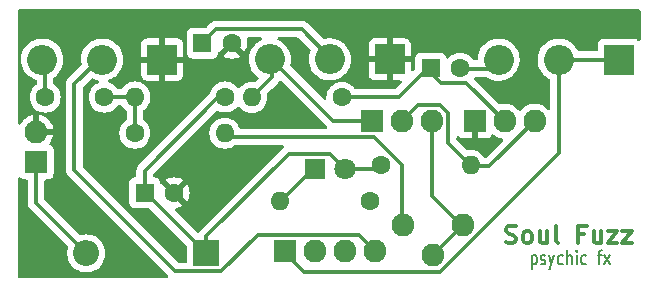
<source format=gbr>
%TF.GenerationSoftware,KiCad,Pcbnew,(5.99.0-7043-g7933935b4a)*%
%TF.CreationDate,2020-11-17T10:52:03+02:00*%
%TF.ProjectId,soul-fuzz,736f756c-2d66-4757-9a7a-2e6b69636164,rev?*%
%TF.SameCoordinates,Original*%
%TF.FileFunction,Copper,L1,Top*%
%TF.FilePolarity,Positive*%
%FSLAX46Y46*%
G04 Gerber Fmt 4.6, Leading zero omitted, Abs format (unit mm)*
G04 Created by KiCad (PCBNEW (5.99.0-7043-g7933935b4a)) date 2020-11-17 10:52:03*
%MOMM*%
%LPD*%
G01*
G04 APERTURE LIST*
%ADD10C,0.127000*%
%ADD11C,0.300000*%
%TA.AperFunction,ComponentPad*%
%ADD12R,1.930400X1.930400*%
%TD*%
%TA.AperFunction,ComponentPad*%
%ADD13O,1.930400X1.930400*%
%TD*%
%TA.AperFunction,ComponentPad*%
%ADD14C,1.600000*%
%TD*%
%TA.AperFunction,ComponentPad*%
%ADD15O,1.600000X1.600000*%
%TD*%
%TA.AperFunction,ComponentPad*%
%ADD16R,2.540000X2.540000*%
%TD*%
%TA.AperFunction,ComponentPad*%
%ADD17O,2.540000X2.540000*%
%TD*%
%TA.AperFunction,ComponentPad*%
%ADD18R,2.200000X2.200000*%
%TD*%
%TA.AperFunction,ComponentPad*%
%ADD19O,2.200000X2.200000*%
%TD*%
%TA.AperFunction,ComponentPad*%
%ADD20R,1.600000X1.600000*%
%TD*%
%TA.AperFunction,ComponentPad*%
%ADD21R,1.800000X1.800000*%
%TD*%
%TA.AperFunction,ComponentPad*%
%ADD22C,1.800000*%
%TD*%
%TA.AperFunction,Conductor*%
%ADD23C,0.380000*%
%TD*%
G04 APERTURE END LIST*
D10*
X157132857Y-114002857D02*
X157132857Y-115202857D01*
X157132857Y-114060000D02*
X157218571Y-114002857D01*
X157390000Y-114002857D01*
X157475714Y-114060000D01*
X157518571Y-114117142D01*
X157561428Y-114231428D01*
X157561428Y-114574285D01*
X157518571Y-114688571D01*
X157475714Y-114745714D01*
X157390000Y-114802857D01*
X157218571Y-114802857D01*
X157132857Y-114745714D01*
X157904285Y-114745714D02*
X157990000Y-114802857D01*
X158161428Y-114802857D01*
X158247142Y-114745714D01*
X158290000Y-114631428D01*
X158290000Y-114574285D01*
X158247142Y-114460000D01*
X158161428Y-114402857D01*
X158032857Y-114402857D01*
X157947142Y-114345714D01*
X157904285Y-114231428D01*
X157904285Y-114174285D01*
X157947142Y-114060000D01*
X158032857Y-114002857D01*
X158161428Y-114002857D01*
X158247142Y-114060000D01*
X158590000Y-114002857D02*
X158804285Y-114802857D01*
X159018571Y-114002857D02*
X158804285Y-114802857D01*
X158718571Y-115088571D01*
X158675714Y-115145714D01*
X158590000Y-115202857D01*
X159747142Y-114745714D02*
X159661428Y-114802857D01*
X159490000Y-114802857D01*
X159404285Y-114745714D01*
X159361428Y-114688571D01*
X159318571Y-114574285D01*
X159318571Y-114231428D01*
X159361428Y-114117142D01*
X159404285Y-114060000D01*
X159490000Y-114002857D01*
X159661428Y-114002857D01*
X159747142Y-114060000D01*
X160132857Y-114802857D02*
X160132857Y-113602857D01*
X160518571Y-114802857D02*
X160518571Y-114174285D01*
X160475714Y-114060000D01*
X160390000Y-114002857D01*
X160261428Y-114002857D01*
X160175714Y-114060000D01*
X160132857Y-114117142D01*
X160947142Y-114802857D02*
X160947142Y-114002857D01*
X160947142Y-113602857D02*
X160904285Y-113660000D01*
X160947142Y-113717142D01*
X160990000Y-113660000D01*
X160947142Y-113602857D01*
X160947142Y-113717142D01*
X161761428Y-114745714D02*
X161675714Y-114802857D01*
X161504285Y-114802857D01*
X161418571Y-114745714D01*
X161375714Y-114688571D01*
X161332857Y-114574285D01*
X161332857Y-114231428D01*
X161375714Y-114117142D01*
X161418571Y-114060000D01*
X161504285Y-114002857D01*
X161675714Y-114002857D01*
X161761428Y-114060000D01*
X162704285Y-114002857D02*
X163047142Y-114002857D01*
X162832857Y-114802857D02*
X162832857Y-113774285D01*
X162875714Y-113660000D01*
X162961428Y-113602857D01*
X163047142Y-113602857D01*
X163261428Y-114802857D02*
X163732857Y-114002857D01*
X163261428Y-114002857D02*
X163732857Y-114802857D01*
D11*
X154944285Y-112937142D02*
X155158571Y-113008571D01*
X155515714Y-113008571D01*
X155658571Y-112937142D01*
X155730000Y-112865714D01*
X155801428Y-112722857D01*
X155801428Y-112580000D01*
X155730000Y-112437142D01*
X155658571Y-112365714D01*
X155515714Y-112294285D01*
X155230000Y-112222857D01*
X155087142Y-112151428D01*
X155015714Y-112080000D01*
X154944285Y-111937142D01*
X154944285Y-111794285D01*
X155015714Y-111651428D01*
X155087142Y-111580000D01*
X155230000Y-111508571D01*
X155587142Y-111508571D01*
X155801428Y-111580000D01*
X156658571Y-113008571D02*
X156515714Y-112937142D01*
X156444285Y-112865714D01*
X156372857Y-112722857D01*
X156372857Y-112294285D01*
X156444285Y-112151428D01*
X156515714Y-112080000D01*
X156658571Y-112008571D01*
X156872857Y-112008571D01*
X157015714Y-112080000D01*
X157087142Y-112151428D01*
X157158571Y-112294285D01*
X157158571Y-112722857D01*
X157087142Y-112865714D01*
X157015714Y-112937142D01*
X156872857Y-113008571D01*
X156658571Y-113008571D01*
X158444285Y-112008571D02*
X158444285Y-113008571D01*
X157801428Y-112008571D02*
X157801428Y-112794285D01*
X157872857Y-112937142D01*
X158015714Y-113008571D01*
X158230000Y-113008571D01*
X158372857Y-112937142D01*
X158444285Y-112865714D01*
X159372857Y-113008571D02*
X159230000Y-112937142D01*
X159158571Y-112794285D01*
X159158571Y-111508571D01*
X161587142Y-112222857D02*
X161087142Y-112222857D01*
X161087142Y-113008571D02*
X161087142Y-111508571D01*
X161801428Y-111508571D01*
X163015714Y-112008571D02*
X163015714Y-113008571D01*
X162372857Y-112008571D02*
X162372857Y-112794285D01*
X162444285Y-112937142D01*
X162587142Y-113008571D01*
X162801428Y-113008571D01*
X162944285Y-112937142D01*
X163015714Y-112865714D01*
X163587142Y-112008571D02*
X164372857Y-112008571D01*
X163587142Y-113008571D01*
X164372857Y-113008571D01*
X164801428Y-112008571D02*
X165587142Y-112008571D01*
X164801428Y-113008571D01*
X165587142Y-113008571D01*
D12*
%TO.P,J2,1,Pin_1*%
%TO.N,+9V*%
X115170000Y-106120000D03*
D13*
%TO.P,J2,2,Pin_2*%
%TO.N,GND*%
X115170000Y-103580000D03*
%TD*%
D14*
%TO.P,R4,1*%
%TO.N,VCC*%
X131160001Y-100619999D03*
D15*
%TO.P,R4,2*%
%TO.N,Net-(C3-Pad1)*%
X123540001Y-100619999D03*
%TD*%
D16*
%TO.P,RV2,1,1*%
%TO.N,GND*%
X145120000Y-97440000D03*
D17*
%TO.P,RV2,2,2*%
%TO.N,Net-(C2-Pad1)*%
X140040000Y-97440000D03*
%TO.P,RV2,3,3*%
%TO.N,Net-(Q2-Pad1)*%
X134960000Y-97440000D03*
%TD*%
D12*
%TO.P,J1,1,Pin_1*%
%TO.N,IN*%
X136230000Y-113630000D03*
D13*
%TO.P,J1,2,Pin_2*%
%TO.N,GND*%
X138770000Y-113630000D03*
%TO.P,J1,3,Pin_3*%
%TO.N,LED-*%
X141310000Y-113630000D03*
%TO.P,J1,4,Pin_4*%
%TO.N,OUT*%
X143850000Y-113630000D03*
%TD*%
D16*
%TO.P,RV1,1,1*%
%TO.N,IN*%
X164490000Y-97460000D03*
D17*
%TO.P,RV1,2,2*%
X159410000Y-97460000D03*
%TO.P,RV1,3,3*%
%TO.N,Net-(C1-Pad2)*%
X154330000Y-97460000D03*
%TD*%
D18*
%TO.P,D1,1,K*%
%TO.N,VCC*%
X129580000Y-113860000D03*
D19*
%TO.P,D1,2,A*%
%TO.N,+9V*%
X119420000Y-113860000D03*
%TD*%
D14*
%TO.P,R5,1*%
%TO.N,LED-*%
X143440000Y-109460000D03*
D15*
%TO.P,R5,2*%
%TO.N,Net-(D2-Pad1)*%
X135820000Y-109460000D03*
%TD*%
D14*
%TO.P,R2,1*%
%TO.N,VCC*%
X144400000Y-106420000D03*
D15*
%TO.P,R2,2*%
%TO.N,Net-(Q1-Pad3)*%
X152020000Y-106420000D03*
%TD*%
D14*
%TO.P,C3,1*%
%TO.N,Net-(C3-Pad1)*%
X120940000Y-100640000D03*
%TO.P,C3,2*%
%TO.N,Net-(C3-Pad2)*%
X115940000Y-100640000D03*
%TD*%
D13*
%TO.P,RV4,1,1*%
%TO.N,Net-(Q2-Pad3)*%
X151280000Y-111460000D03*
%TO.P,RV4,2,2*%
X148740000Y-114000000D03*
%TO.P,RV4,3,3*%
%TO.N,Net-(R3-Pad2)*%
X146200000Y-111460000D03*
%TD*%
D16*
%TO.P,RV3,1,1*%
%TO.N,GND*%
X125840000Y-97450000D03*
D17*
%TO.P,RV3,2,2*%
%TO.N,OUT*%
X120760000Y-97450000D03*
%TO.P,RV3,3,3*%
%TO.N,Net-(C3-Pad2)*%
X115680000Y-97450000D03*
%TD*%
D20*
%TO.P,C1,1*%
%TO.N,Net-(C1-Pad1)*%
X148570000Y-98190000D03*
D14*
%TO.P,C1,2*%
%TO.N,Net-(C1-Pad2)*%
X151070000Y-98190000D03*
%TD*%
D20*
%TO.P,C2,1*%
%TO.N,Net-(C2-Pad1)*%
X129250000Y-96060000D03*
D14*
%TO.P,C2,2*%
%TO.N,GND*%
X131750000Y-96060000D03*
%TD*%
%TO.P,R1,1*%
%TO.N,Net-(C1-Pad1)*%
X141050000Y-100660000D03*
D15*
%TO.P,R1,2*%
%TO.N,Net-(Q2-Pad1)*%
X133430000Y-100660000D03*
%TD*%
D14*
%TO.P,R3,1*%
%TO.N,Net-(C3-Pad1)*%
X123530000Y-103680000D03*
D15*
%TO.P,R3,2*%
%TO.N,Net-(R3-Pad2)*%
X131150000Y-103680000D03*
%TD*%
D12*
%TO.P,Q1,1,E*%
%TO.N,GND*%
X152290000Y-102650000D03*
D13*
%TO.P,Q1,2,B*%
%TO.N,Net-(C1-Pad1)*%
X154830000Y-102650000D03*
%TO.P,Q1,3,C*%
%TO.N,Net-(Q1-Pad3)*%
X157370000Y-102650000D03*
%TD*%
D20*
%TO.P,C4,1*%
%TO.N,VCC*%
X124360000Y-108740000D03*
D14*
%TO.P,C4,2*%
%TO.N,GND*%
X126860000Y-108740000D03*
%TD*%
D12*
%TO.P,Q2,1,E*%
%TO.N,Net-(Q2-Pad1)*%
X143610000Y-102640000D03*
D13*
%TO.P,Q2,2,B*%
%TO.N,Net-(Q1-Pad3)*%
X146150000Y-102640000D03*
%TO.P,Q2,3,C*%
%TO.N,Net-(Q2-Pad3)*%
X148690000Y-102640000D03*
%TD*%
D21*
%TO.P,D2,1,K*%
%TO.N,Net-(D2-Pad1)*%
X138776941Y-106730000D03*
D22*
%TO.P,D2,2,A*%
%TO.N,VCC*%
X141316941Y-106730000D03*
%TD*%
D23*
%TO.N,OUT*%
X120460000Y-97450000D02*
X118410000Y-99500000D01*
X120760000Y-97450000D02*
X120460000Y-97450000D01*
X130841548Y-115350010D02*
X126929990Y-115350010D01*
X118410000Y-99500000D02*
X118410000Y-106830020D01*
X118410000Y-106830020D02*
X126929990Y-115350010D01*
X133916759Y-112274799D02*
X130841548Y-115350010D01*
X142494799Y-112274799D02*
X133916759Y-112274799D01*
X143850000Y-113630000D02*
X142494799Y-112274799D01*
%TO.N,VCC*%
X141316941Y-106730000D02*
X144090000Y-106730000D01*
X144090000Y-106730000D02*
X144400000Y-106420000D01*
X129580000Y-112420000D02*
X129580000Y-113860000D01*
X141316941Y-106730000D02*
X140026940Y-105439999D01*
X140026940Y-105439999D02*
X136560001Y-105439999D01*
X136560001Y-105439999D02*
X129580000Y-112420000D01*
%TO.N,Net-(C1-Pad2)*%
X153560000Y-98230000D02*
X154330000Y-97460000D01*
X150800000Y-98230000D02*
X153560000Y-98230000D01*
%TO.N,Net-(C1-Pad1)*%
X151600001Y-99420001D02*
X149490001Y-99420001D01*
X149490001Y-99420001D02*
X148300000Y-98230000D01*
X141050000Y-100660000D02*
X145870000Y-100660000D01*
X154830000Y-102650000D02*
X151600001Y-99420001D01*
X145870000Y-100660000D02*
X148300000Y-98230000D01*
%TO.N,Net-(C2-Pad1)*%
X137639999Y-94869999D02*
X140230000Y-97460000D01*
X130440001Y-94869999D02*
X137639999Y-94869999D01*
X129250000Y-96060000D02*
X130440001Y-94869999D01*
%TO.N,Net-(C3-Pad2)*%
X115940000Y-97690000D02*
X115700000Y-97450000D01*
X115940000Y-100640000D02*
X115940000Y-97690000D01*
%TO.N,Net-(C3-Pad1)*%
X120940000Y-100640000D02*
X123520000Y-100640000D01*
X123520000Y-100640000D02*
X123540001Y-100619999D01*
X123530000Y-103680000D02*
X123530000Y-100630000D01*
X123530000Y-100630000D02*
X123540001Y-100619999D01*
%TO.N,VCC*%
X124360000Y-106868798D02*
X130608799Y-100619999D01*
X130608799Y-100619999D02*
X131160001Y-100619999D01*
X124360000Y-108740000D02*
X124360000Y-106868798D01*
X124460000Y-108740000D02*
X129580000Y-113860000D01*
X124360000Y-108740000D02*
X124460000Y-108740000D01*
%TO.N,+9V*%
X119420000Y-113860000D02*
X115170000Y-109610000D01*
X115170000Y-109610000D02*
X115170000Y-106120000D01*
%TO.N,Net-(D2-Pad1)*%
X138590000Y-106740000D02*
X139120000Y-106740000D01*
X135670000Y-109660000D02*
X138590000Y-106740000D01*
%TO.N,IN*%
X159410000Y-105345698D02*
X159410000Y-97460000D01*
X164490000Y-97460000D02*
X159410000Y-97460000D01*
X149330497Y-115425201D02*
X159410000Y-105345698D01*
X136050000Y-113640000D02*
X137835201Y-115425201D01*
X137835201Y-115425201D02*
X149330497Y-115425201D01*
%TO.N,Net-(Q1-Pad3)*%
X150045201Y-104535201D02*
X150045201Y-101989503D01*
X152010000Y-106500000D02*
X150045201Y-104535201D01*
X150045201Y-101989503D02*
X149340497Y-101284799D01*
X153520000Y-106500000D02*
X157370000Y-102650000D01*
X149340497Y-101284799D02*
X147505201Y-101284799D01*
X152010000Y-106500000D02*
X153520000Y-106500000D01*
X147505201Y-101284799D02*
X146150000Y-102640000D01*
%TO.N,Net-(Q2-Pad3)*%
X151220000Y-111530000D02*
X148690000Y-109000000D01*
X148690000Y-109000000D02*
X148690000Y-102640000D01*
X148680000Y-114070000D02*
X151220000Y-111530000D01*
%TO.N,Net-(Q2-Pad1)*%
X133430000Y-100660000D02*
X135150000Y-98940000D01*
X135150000Y-97460000D02*
X140330000Y-102640000D01*
X135150000Y-98940000D02*
X135150000Y-97460000D01*
X140330000Y-102640000D02*
X143610000Y-102640000D01*
%TO.N,Net-(R3-Pad2)*%
X146140000Y-106398798D02*
X143736412Y-103995210D01*
X143736412Y-103995210D02*
X131465210Y-103995210D01*
X146140000Y-111530000D02*
X146140000Y-106398798D01*
X131465210Y-103995210D02*
X131150000Y-103680000D01*
%TD*%
%TA.AperFunction,Conductor*%
%TO.N,GND*%
G36*
X166292121Y-93220002D02*
G01*
X166338614Y-93273658D01*
X166350000Y-93326000D01*
X166350000Y-95752795D01*
X166329998Y-95820916D01*
X166276342Y-95867409D01*
X166206068Y-95877513D01*
X166141487Y-95848019D01*
X166134126Y-95841640D01*
X166037619Y-95758016D01*
X166008446Y-95744693D01*
X165912864Y-95701042D01*
X165912863Y-95701042D01*
X165904670Y-95697300D01*
X165895755Y-95696018D01*
X165895754Y-95696018D01*
X165764448Y-95677139D01*
X165764441Y-95677138D01*
X165760000Y-95676500D01*
X163220000Y-95676500D01*
X163146921Y-95681727D01*
X163095638Y-95696785D01*
X163015330Y-95720365D01*
X163015328Y-95720366D01*
X163006684Y-95722904D01*
X162999105Y-95727775D01*
X162891309Y-95797051D01*
X162891306Y-95797053D01*
X162883729Y-95801923D01*
X162877828Y-95808733D01*
X162793918Y-95905569D01*
X162793916Y-95905572D01*
X162788016Y-95912381D01*
X162727300Y-96045330D01*
X162726018Y-96054245D01*
X162726018Y-96054246D01*
X162707139Y-96185552D01*
X162707138Y-96185559D01*
X162706500Y-96190000D01*
X162706500Y-96635500D01*
X162686498Y-96703621D01*
X162632842Y-96750114D01*
X162580500Y-96761500D01*
X161131940Y-96761500D01*
X161063819Y-96741498D01*
X161020160Y-96691955D01*
X161019761Y-96692183D01*
X161018655Y-96690248D01*
X161016534Y-96686536D01*
X160890908Y-96466737D01*
X160888589Y-96462679D01*
X160806762Y-96358882D01*
X160727826Y-96258753D01*
X160727823Y-96258750D01*
X160724934Y-96255085D01*
X160532393Y-96073960D01*
X160377599Y-95966576D01*
X160319037Y-95925949D01*
X160319034Y-95925947D01*
X160315195Y-95923284D01*
X160311005Y-95921218D01*
X160311002Y-95921216D01*
X160082299Y-95808433D01*
X160082296Y-95808432D01*
X160078111Y-95806368D01*
X160055444Y-95799112D01*
X159884331Y-95744338D01*
X159826350Y-95725778D01*
X159648324Y-95696785D01*
X159570054Y-95684038D01*
X159570053Y-95684038D01*
X159565442Y-95683287D01*
X159430684Y-95681523D01*
X159305797Y-95679888D01*
X159305794Y-95679888D01*
X159301120Y-95679827D01*
X159039189Y-95715474D01*
X159034703Y-95716782D01*
X159034701Y-95716782D01*
X158998955Y-95727201D01*
X158785405Y-95789445D01*
X158781152Y-95791405D01*
X158781151Y-95791406D01*
X158764436Y-95799112D01*
X158545342Y-95900116D01*
X158541437Y-95902676D01*
X158541432Y-95902679D01*
X158328187Y-96042488D01*
X158328182Y-96042492D01*
X158324274Y-96045054D01*
X158313663Y-96054525D01*
X158134229Y-96214676D01*
X158127057Y-96221077D01*
X157958025Y-96424316D01*
X157820890Y-96650308D01*
X157819081Y-96654622D01*
X157819080Y-96654624D01*
X157720960Y-96888615D01*
X157718665Y-96894087D01*
X157653595Y-97150298D01*
X157653127Y-97154949D01*
X157653126Y-97154953D01*
X157644851Y-97237136D01*
X157627111Y-97413313D01*
X157627335Y-97417979D01*
X157627335Y-97417984D01*
X157629505Y-97463160D01*
X157639794Y-97677354D01*
X157691365Y-97936620D01*
X157780692Y-98185415D01*
X157782908Y-98189539D01*
X157902451Y-98412020D01*
X157905811Y-98418274D01*
X157908606Y-98422017D01*
X157908608Y-98422020D01*
X158061183Y-98626343D01*
X158061188Y-98626349D01*
X158063975Y-98630081D01*
X158067284Y-98633361D01*
X158067289Y-98633367D01*
X158245029Y-98809562D01*
X158251709Y-98816184D01*
X158255471Y-98818942D01*
X158255474Y-98818945D01*
X158454225Y-98964675D01*
X158464889Y-98972494D01*
X158644171Y-99066819D01*
X158695141Y-99116236D01*
X158711501Y-99178325D01*
X158711500Y-101608851D01*
X158691498Y-101676972D01*
X158637842Y-101723465D01*
X158567568Y-101733568D01*
X158502988Y-101704075D01*
X158492307Y-101693651D01*
X158483221Y-101683665D01*
X158433804Y-101629357D01*
X158381949Y-101572369D01*
X158381947Y-101572368D01*
X158378471Y-101568547D01*
X158374420Y-101565348D01*
X158374416Y-101565344D01*
X158192355Y-101421561D01*
X158192351Y-101421559D01*
X158188300Y-101418359D01*
X157976153Y-101301248D01*
X157971284Y-101299524D01*
X157971280Y-101299522D01*
X157752603Y-101222084D01*
X157752599Y-101222083D01*
X157747728Y-101220358D01*
X157742638Y-101219451D01*
X157742633Y-101219450D01*
X157612999Y-101196360D01*
X157509158Y-101177863D01*
X157418181Y-101176751D01*
X157272021Y-101174965D01*
X157272019Y-101174965D01*
X157266851Y-101174902D01*
X157027314Y-101211556D01*
X156796981Y-101286841D01*
X156792393Y-101289229D01*
X156792389Y-101289231D01*
X156586625Y-101396345D01*
X156582036Y-101398734D01*
X156577903Y-101401837D01*
X156577900Y-101401839D01*
X156392387Y-101541126D01*
X156388252Y-101544231D01*
X156384680Y-101547969D01*
X156241623Y-101697670D01*
X156220834Y-101719424D01*
X156211186Y-101733568D01*
X156205237Y-101742289D01*
X156150325Y-101787291D01*
X156079800Y-101795462D01*
X156016053Y-101764207D01*
X156002969Y-101749958D01*
X156001559Y-101747778D01*
X155988101Y-101732988D01*
X155841949Y-101572369D01*
X155841947Y-101572368D01*
X155838471Y-101568547D01*
X155834420Y-101565348D01*
X155834416Y-101565344D01*
X155652355Y-101421561D01*
X155652351Y-101421559D01*
X155648300Y-101418359D01*
X155436153Y-101301248D01*
X155431284Y-101299524D01*
X155431280Y-101299522D01*
X155212603Y-101222084D01*
X155212599Y-101222083D01*
X155207728Y-101220358D01*
X155202638Y-101219451D01*
X155202633Y-101219450D01*
X155072999Y-101196360D01*
X154969158Y-101177863D01*
X154878181Y-101176751D01*
X154732021Y-101174965D01*
X154732019Y-101174965D01*
X154726851Y-101174902D01*
X154487314Y-101211556D01*
X154480065Y-101213925D01*
X154479506Y-101214108D01*
X154478273Y-101214145D01*
X154477368Y-101214361D01*
X154477323Y-101214174D01*
X154408542Y-101216259D01*
X154351266Y-101183438D01*
X152311423Y-99143595D01*
X152277397Y-99081283D01*
X152282462Y-99010468D01*
X152325009Y-98953632D01*
X152391529Y-98928821D01*
X152400518Y-98928500D01*
X153283645Y-98928500D01*
X153351766Y-98948502D01*
X153358150Y-98952888D01*
X153368169Y-98960234D01*
X153384889Y-98972494D01*
X153389032Y-98974674D01*
X153389034Y-98974675D01*
X153614681Y-99093394D01*
X153614686Y-99093396D01*
X153618831Y-99095577D01*
X153623254Y-99097122D01*
X153623255Y-99097122D01*
X153855785Y-99178325D01*
X153868396Y-99182729D01*
X153872989Y-99183601D01*
X154123513Y-99231164D01*
X154123516Y-99231164D01*
X154128102Y-99232035D01*
X154260172Y-99237224D01*
X154387575Y-99242231D01*
X154387581Y-99242231D01*
X154392243Y-99242414D01*
X154504460Y-99230124D01*
X154650364Y-99214145D01*
X154650369Y-99214144D01*
X154655017Y-99213635D01*
X154664403Y-99211164D01*
X154906131Y-99147522D01*
X154910651Y-99146332D01*
X155057021Y-99083447D01*
X155149226Y-99043833D01*
X155149229Y-99043831D01*
X155153529Y-99041984D01*
X155157509Y-99039521D01*
X155157513Y-99039519D01*
X155374342Y-98905341D01*
X155374346Y-98905338D01*
X155378315Y-98902882D01*
X155580072Y-98732082D01*
X155754366Y-98533337D01*
X155760799Y-98523337D01*
X155876171Y-98343971D01*
X155897370Y-98311013D01*
X156005942Y-98069993D01*
X156045138Y-97931015D01*
X156076426Y-97820077D01*
X156076427Y-97820074D01*
X156077696Y-97815573D01*
X156089585Y-97722115D01*
X156110658Y-97556472D01*
X156110658Y-97556466D01*
X156111056Y-97553341D01*
X156111401Y-97540184D01*
X156113417Y-97463160D01*
X156113500Y-97460000D01*
X156109635Y-97407984D01*
X156094256Y-97201034D01*
X156094255Y-97201030D01*
X156093910Y-97196382D01*
X156035570Y-96938555D01*
X156033877Y-96934201D01*
X155941454Y-96696536D01*
X155941453Y-96696534D01*
X155939761Y-96692183D01*
X155936534Y-96686536D01*
X155810908Y-96466737D01*
X155808589Y-96462679D01*
X155726762Y-96358882D01*
X155647826Y-96258753D01*
X155647823Y-96258750D01*
X155644934Y-96255085D01*
X155452393Y-96073960D01*
X155297599Y-95966576D01*
X155239037Y-95925949D01*
X155239034Y-95925947D01*
X155235195Y-95923284D01*
X155231005Y-95921218D01*
X155231002Y-95921216D01*
X155002299Y-95808433D01*
X155002296Y-95808432D01*
X154998111Y-95806368D01*
X154975444Y-95799112D01*
X154804331Y-95744338D01*
X154746350Y-95725778D01*
X154568324Y-95696785D01*
X154490054Y-95684038D01*
X154490053Y-95684038D01*
X154485442Y-95683287D01*
X154350684Y-95681523D01*
X154225797Y-95679888D01*
X154225794Y-95679888D01*
X154221120Y-95679827D01*
X153959189Y-95715474D01*
X153954703Y-95716782D01*
X153954701Y-95716782D01*
X153918955Y-95727201D01*
X153705405Y-95789445D01*
X153701152Y-95791405D01*
X153701151Y-95791406D01*
X153684436Y-95799112D01*
X153465342Y-95900116D01*
X153461437Y-95902676D01*
X153461432Y-95902679D01*
X153248187Y-96042488D01*
X153248182Y-96042492D01*
X153244274Y-96045054D01*
X153233663Y-96054525D01*
X153054229Y-96214676D01*
X153047057Y-96221077D01*
X152878025Y-96424316D01*
X152740890Y-96650308D01*
X152739081Y-96654622D01*
X152739080Y-96654624D01*
X152640960Y-96888615D01*
X152638665Y-96894087D01*
X152573595Y-97150298D01*
X152573127Y-97154949D01*
X152573126Y-97154953D01*
X152564851Y-97237136D01*
X152547111Y-97413313D01*
X152546152Y-97413216D01*
X152525797Y-97476373D01*
X152470943Y-97521445D01*
X152421619Y-97531500D01*
X152271891Y-97531500D01*
X152203770Y-97511498D01*
X152168678Y-97477771D01*
X152079358Y-97350209D01*
X152079356Y-97350206D01*
X152076199Y-97345698D01*
X151914302Y-97183801D01*
X151909794Y-97180644D01*
X151909791Y-97180642D01*
X151731259Y-97055633D01*
X151731257Y-97055632D01*
X151726750Y-97052476D01*
X151721768Y-97050153D01*
X151721763Y-97050150D01*
X151524225Y-96958037D01*
X151524224Y-96958036D01*
X151519243Y-96955714D01*
X151513935Y-96954292D01*
X151513933Y-96954291D01*
X151303402Y-96897879D01*
X151303400Y-96897879D01*
X151298087Y-96896455D01*
X151070000Y-96876500D01*
X150841913Y-96896455D01*
X150836600Y-96897879D01*
X150836598Y-96897879D01*
X150626067Y-96954291D01*
X150626065Y-96954292D01*
X150620757Y-96955714D01*
X150615776Y-96958036D01*
X150615775Y-96958037D01*
X150418237Y-97050150D01*
X150418232Y-97050153D01*
X150413250Y-97052476D01*
X150408743Y-97055632D01*
X150408741Y-97055633D01*
X150230209Y-97180642D01*
X150230206Y-97180644D01*
X150225698Y-97183801D01*
X150077078Y-97332421D01*
X150014766Y-97366447D01*
X149943951Y-97361382D01*
X149887115Y-97318835D01*
X149867087Y-97278824D01*
X149839635Y-97185330D01*
X149839634Y-97185328D01*
X149837096Y-97176684D01*
X149770665Y-97073316D01*
X149762949Y-97061309D01*
X149762947Y-97061306D01*
X149758077Y-97053729D01*
X149710917Y-97012864D01*
X149654431Y-96963918D01*
X149654428Y-96963916D01*
X149647619Y-96958016D01*
X149581401Y-96927775D01*
X149522864Y-96901042D01*
X149522863Y-96901042D01*
X149514670Y-96897300D01*
X149505755Y-96896018D01*
X149505754Y-96896018D01*
X149374448Y-96877139D01*
X149374441Y-96877138D01*
X149370000Y-96876500D01*
X147770000Y-96876500D01*
X147696921Y-96881727D01*
X147631140Y-96901042D01*
X147565330Y-96920365D01*
X147565328Y-96920366D01*
X147556684Y-96922904D01*
X147549105Y-96927775D01*
X147441309Y-96997051D01*
X147441306Y-96997053D01*
X147433729Y-97001923D01*
X147427828Y-97008733D01*
X147343918Y-97105569D01*
X147343916Y-97105572D01*
X147338016Y-97112381D01*
X147334272Y-97120579D01*
X147299705Y-97196271D01*
X147277300Y-97245330D01*
X147276018Y-97254245D01*
X147276018Y-97254246D01*
X147257139Y-97385552D01*
X147257138Y-97385559D01*
X147256500Y-97390000D01*
X147256500Y-98233482D01*
X147236498Y-98301603D01*
X147219595Y-98322577D01*
X147118095Y-98424077D01*
X147055783Y-98458103D01*
X146984968Y-98453038D01*
X146928132Y-98410491D01*
X146903321Y-98343971D01*
X146903000Y-98334982D01*
X146903000Y-97712115D01*
X146898525Y-97696876D01*
X146897135Y-97695671D01*
X146889452Y-97694000D01*
X145392115Y-97693999D01*
X145376876Y-97698474D01*
X145375671Y-97699864D01*
X145374000Y-97707547D01*
X145373999Y-99204885D01*
X145378474Y-99220124D01*
X145379864Y-99221329D01*
X145387547Y-99223000D01*
X146014983Y-99223000D01*
X146083104Y-99243002D01*
X146129597Y-99296658D01*
X146139701Y-99366932D01*
X146110207Y-99431512D01*
X146104078Y-99438095D01*
X145617578Y-99924595D01*
X145555266Y-99958621D01*
X145528483Y-99961500D01*
X142223881Y-99961500D01*
X142155760Y-99941498D01*
X142120668Y-99907770D01*
X142098821Y-99876569D01*
X142056199Y-99815698D01*
X141894302Y-99653801D01*
X141889794Y-99650644D01*
X141889791Y-99650642D01*
X141711259Y-99525633D01*
X141711257Y-99525632D01*
X141706750Y-99522476D01*
X141701768Y-99520153D01*
X141701763Y-99520150D01*
X141504225Y-99428037D01*
X141504224Y-99428036D01*
X141499243Y-99425714D01*
X141493935Y-99424292D01*
X141493933Y-99424291D01*
X141283402Y-99367879D01*
X141283400Y-99367879D01*
X141278087Y-99366455D01*
X141050000Y-99346500D01*
X140821913Y-99366455D01*
X140816600Y-99367879D01*
X140816598Y-99367879D01*
X140606067Y-99424291D01*
X140606065Y-99424292D01*
X140600757Y-99425714D01*
X140595776Y-99428036D01*
X140595775Y-99428037D01*
X140398237Y-99520150D01*
X140398232Y-99520153D01*
X140393250Y-99522476D01*
X140388743Y-99525632D01*
X140388741Y-99525633D01*
X140210209Y-99650642D01*
X140210206Y-99650644D01*
X140205698Y-99653801D01*
X140043801Y-99815698D01*
X140040645Y-99820205D01*
X140040642Y-99820209D01*
X139926703Y-99982932D01*
X139912476Y-100003250D01*
X139910153Y-100008232D01*
X139910150Y-100008237D01*
X139827363Y-100185775D01*
X139815714Y-100210757D01*
X139814292Y-100216065D01*
X139814291Y-100216067D01*
X139757879Y-100426598D01*
X139756455Y-100431913D01*
X139736500Y-100660000D01*
X139736979Y-100665475D01*
X139736979Y-100665486D01*
X139744551Y-100752030D01*
X139730563Y-100821635D01*
X139681164Y-100872627D01*
X139612038Y-100888818D01*
X139545132Y-100865066D01*
X139529936Y-100852107D01*
X136708374Y-98030547D01*
X136674349Y-97968235D01*
X136676200Y-97907251D01*
X136706425Y-97800081D01*
X136706426Y-97800076D01*
X136707696Y-97795573D01*
X136723424Y-97671942D01*
X136740658Y-97536472D01*
X136740658Y-97536466D01*
X136741056Y-97533341D01*
X136741368Y-97521445D01*
X136742548Y-97476373D01*
X136743500Y-97440000D01*
X136738511Y-97372861D01*
X136724256Y-97181034D01*
X136724255Y-97181030D01*
X136723910Y-97176382D01*
X136665570Y-96918555D01*
X136657530Y-96897879D01*
X136571454Y-96676536D01*
X136571453Y-96676534D01*
X136569761Y-96672183D01*
X136557259Y-96650308D01*
X136447923Y-96459011D01*
X136438589Y-96442679D01*
X136320835Y-96293310D01*
X136277826Y-96238753D01*
X136277823Y-96238750D01*
X136274934Y-96235085D01*
X136082393Y-96053960D01*
X135927599Y-95946576D01*
X135869037Y-95905949D01*
X135869034Y-95905947D01*
X135865195Y-95903284D01*
X135861005Y-95901218D01*
X135861002Y-95901216D01*
X135670973Y-95807505D01*
X135618724Y-95759437D01*
X135600757Y-95690751D01*
X135622776Y-95623256D01*
X135677791Y-95578379D01*
X135726701Y-95568499D01*
X137298482Y-95568499D01*
X137366603Y-95588501D01*
X137387577Y-95605404D01*
X138379729Y-96597557D01*
X138413755Y-96659869D01*
X138406831Y-96735377D01*
X138395877Y-96761500D01*
X138353629Y-96862250D01*
X138348665Y-96874087D01*
X138283595Y-97130298D01*
X138283127Y-97134949D01*
X138283126Y-97134953D01*
X138277986Y-97186000D01*
X138257111Y-97393313D01*
X138257335Y-97397979D01*
X138257335Y-97397984D01*
X138259834Y-97450000D01*
X138269794Y-97657354D01*
X138321365Y-97916620D01*
X138410692Y-98165415D01*
X138412908Y-98169539D01*
X138481262Y-98296752D01*
X138535811Y-98398274D01*
X138538606Y-98402017D01*
X138538608Y-98402020D01*
X138691183Y-98606343D01*
X138691188Y-98606349D01*
X138693975Y-98610081D01*
X138697284Y-98613361D01*
X138697289Y-98613367D01*
X138861619Y-98776269D01*
X138881709Y-98796184D01*
X138885471Y-98798942D01*
X138885474Y-98798945D01*
X139091115Y-98949727D01*
X139094889Y-98952494D01*
X139099032Y-98954674D01*
X139099034Y-98954675D01*
X139324681Y-99073394D01*
X139324686Y-99073396D01*
X139328831Y-99075577D01*
X139333254Y-99077122D01*
X139333255Y-99077122D01*
X139557143Y-99155307D01*
X139578396Y-99162729D01*
X139582989Y-99163601D01*
X139833513Y-99211164D01*
X139833516Y-99211164D01*
X139838102Y-99212035D01*
X139967895Y-99217135D01*
X140097575Y-99222231D01*
X140097581Y-99222231D01*
X140102243Y-99222414D01*
X140220596Y-99209452D01*
X140360364Y-99194145D01*
X140360369Y-99194144D01*
X140365017Y-99193635D01*
X140381935Y-99189181D01*
X140616131Y-99127522D01*
X140620651Y-99126332D01*
X140760448Y-99066271D01*
X140859226Y-99023833D01*
X140859229Y-99023831D01*
X140863529Y-99021984D01*
X140867509Y-99019521D01*
X140867513Y-99019519D01*
X141084342Y-98885341D01*
X141084346Y-98885338D01*
X141088315Y-98882882D01*
X141290072Y-98712082D01*
X141464366Y-98513337D01*
X141529536Y-98412020D01*
X141591978Y-98314943D01*
X141607370Y-98291013D01*
X141715942Y-98049993D01*
X141754849Y-97912040D01*
X141786426Y-97800077D01*
X141786427Y-97800074D01*
X141787696Y-97795573D01*
X141798894Y-97707547D01*
X143337000Y-97707547D01*
X143337000Y-98707743D01*
X143337161Y-98712250D01*
X143341740Y-98776269D01*
X143344126Y-98789491D01*
X143380819Y-98914458D01*
X143388233Y-98930692D01*
X143457426Y-99038360D01*
X143469112Y-99051847D01*
X143565840Y-99135662D01*
X143580848Y-99145307D01*
X143697275Y-99198477D01*
X143714388Y-99203502D01*
X143845554Y-99222361D01*
X143854495Y-99223000D01*
X144847885Y-99223000D01*
X144863124Y-99218525D01*
X144864329Y-99217135D01*
X144866000Y-99209452D01*
X144866001Y-97712115D01*
X144861526Y-97696876D01*
X144860136Y-97695671D01*
X144852453Y-97694000D01*
X143355115Y-97693999D01*
X143339876Y-97698474D01*
X143338671Y-97699864D01*
X143337000Y-97707547D01*
X141798894Y-97707547D01*
X141803424Y-97671942D01*
X141820658Y-97536472D01*
X141820658Y-97536466D01*
X141821056Y-97533341D01*
X141821368Y-97521445D01*
X141822548Y-97476373D01*
X141823500Y-97440000D01*
X141818511Y-97372861D01*
X141804256Y-97181034D01*
X141804255Y-97181030D01*
X141803910Y-97176382D01*
X141745570Y-96918555D01*
X141737530Y-96897879D01*
X141651454Y-96676536D01*
X141651453Y-96676534D01*
X141649761Y-96672183D01*
X141637259Y-96650308D01*
X141527923Y-96459011D01*
X141518589Y-96442679D01*
X141400835Y-96293310D01*
X141357826Y-96238753D01*
X141357823Y-96238750D01*
X141354934Y-96235085D01*
X141290526Y-96174495D01*
X143337000Y-96174495D01*
X143337000Y-97167885D01*
X143341475Y-97183124D01*
X143342865Y-97184329D01*
X143350548Y-97186000D01*
X144847885Y-97186001D01*
X144863124Y-97181526D01*
X144864329Y-97180136D01*
X144866000Y-97172453D01*
X144866000Y-97167885D01*
X145373999Y-97167885D01*
X145378474Y-97183124D01*
X145379864Y-97184329D01*
X145387547Y-97186000D01*
X146884885Y-97186001D01*
X146900124Y-97181526D01*
X146901329Y-97180136D01*
X146903000Y-97172453D01*
X146903000Y-96172257D01*
X146902839Y-96167750D01*
X146898260Y-96103731D01*
X146895874Y-96090509D01*
X146859181Y-95965542D01*
X146851767Y-95949308D01*
X146782574Y-95841640D01*
X146770888Y-95828153D01*
X146674160Y-95744338D01*
X146659152Y-95734693D01*
X146542725Y-95681523D01*
X146525612Y-95676498D01*
X146394446Y-95657639D01*
X146385505Y-95657000D01*
X145392115Y-95657000D01*
X145376876Y-95661475D01*
X145375671Y-95662865D01*
X145374000Y-95670548D01*
X145373999Y-97167885D01*
X144866000Y-97167885D01*
X144866001Y-95675115D01*
X144861526Y-95659876D01*
X144860136Y-95658671D01*
X144852453Y-95657000D01*
X143852257Y-95657000D01*
X143847750Y-95657161D01*
X143783731Y-95661740D01*
X143770509Y-95664126D01*
X143645542Y-95700819D01*
X143629308Y-95708233D01*
X143521640Y-95777426D01*
X143508153Y-95789112D01*
X143424338Y-95885840D01*
X143414693Y-95900848D01*
X143361523Y-96017275D01*
X143356498Y-96034388D01*
X143337639Y-96165554D01*
X143337000Y-96174495D01*
X141290526Y-96174495D01*
X141162393Y-96053960D01*
X141007599Y-95946576D01*
X140949037Y-95905949D01*
X140949034Y-95905947D01*
X140945195Y-95903284D01*
X140941005Y-95901218D01*
X140941002Y-95901216D01*
X140712299Y-95788433D01*
X140712296Y-95788432D01*
X140708111Y-95786368D01*
X140682389Y-95778134D01*
X140523275Y-95727201D01*
X140456350Y-95705778D01*
X140261997Y-95674126D01*
X140200054Y-95664038D01*
X140200053Y-95664038D01*
X140195442Y-95663287D01*
X140063281Y-95661557D01*
X139935797Y-95659888D01*
X139935794Y-95659888D01*
X139931120Y-95659827D01*
X139669189Y-95695474D01*
X139664697Y-95696783D01*
X139664689Y-95696785D01*
X139573634Y-95723325D01*
X139502637Y-95723184D01*
X139449281Y-95691454D01*
X138152789Y-94394962D01*
X138146935Y-94388697D01*
X138144972Y-94386447D01*
X138110732Y-94347197D01*
X138059246Y-94311012D01*
X138053950Y-94307079D01*
X138010405Y-94272935D01*
X138010404Y-94272934D01*
X138004431Y-94268251D01*
X137997507Y-94265125D01*
X137994411Y-94263250D01*
X137981843Y-94256081D01*
X137978655Y-94254371D01*
X137972438Y-94250002D01*
X137965363Y-94247243D01*
X137965360Y-94247242D01*
X137913798Y-94227139D01*
X137907718Y-94224583D01*
X137901592Y-94221817D01*
X137850373Y-94198691D01*
X137842904Y-94197307D01*
X137839434Y-94196219D01*
X137825535Y-94192260D01*
X137822027Y-94191359D01*
X137814952Y-94188601D01*
X137752557Y-94180387D01*
X137746041Y-94179355D01*
X137691638Y-94169272D01*
X137684171Y-94167888D01*
X137676591Y-94168325D01*
X137676590Y-94168325D01*
X137625169Y-94171290D01*
X137617916Y-94171499D01*
X130466659Y-94171499D01*
X130458090Y-94171207D01*
X130410758Y-94167980D01*
X130410754Y-94167980D01*
X130403182Y-94167464D01*
X130395705Y-94168769D01*
X130395702Y-94168769D01*
X130341194Y-94178282D01*
X130334670Y-94179245D01*
X130279734Y-94185893D01*
X130279731Y-94185894D01*
X130272193Y-94186806D01*
X130265088Y-94189491D01*
X130261541Y-94190362D01*
X130247665Y-94194158D01*
X130244153Y-94195219D01*
X130236667Y-94196525D01*
X130179034Y-94221825D01*
X130172943Y-94224310D01*
X130121177Y-94243870D01*
X130121175Y-94243871D01*
X130114072Y-94246555D01*
X130107812Y-94250858D01*
X130104609Y-94252532D01*
X130091993Y-94259553D01*
X130088844Y-94261416D01*
X130081890Y-94264468D01*
X130031962Y-94302780D01*
X130026642Y-94306644D01*
X130020287Y-94311012D01*
X129974768Y-94342296D01*
X129969718Y-94347964D01*
X129969717Y-94347965D01*
X129935431Y-94386447D01*
X129930449Y-94391723D01*
X129612577Y-94709595D01*
X129550265Y-94743621D01*
X129523482Y-94746500D01*
X128450000Y-94746500D01*
X128376921Y-94751727D01*
X128298835Y-94774655D01*
X128245330Y-94790365D01*
X128245328Y-94790366D01*
X128236684Y-94792904D01*
X128229105Y-94797775D01*
X128121309Y-94867051D01*
X128121306Y-94867053D01*
X128113729Y-94871923D01*
X128107828Y-94878733D01*
X128023918Y-94975569D01*
X128023916Y-94975572D01*
X128018016Y-94982381D01*
X127957300Y-95115330D01*
X127956018Y-95124245D01*
X127956018Y-95124246D01*
X127937139Y-95255552D01*
X127937138Y-95255559D01*
X127936500Y-95260000D01*
X127936500Y-96860000D01*
X127941727Y-96933079D01*
X127982904Y-97073316D01*
X127987775Y-97080895D01*
X128057051Y-97188691D01*
X128057053Y-97188694D01*
X128061923Y-97196271D01*
X128068733Y-97202172D01*
X128165569Y-97286082D01*
X128165572Y-97286084D01*
X128172381Y-97291984D01*
X128180579Y-97295728D01*
X128281465Y-97341801D01*
X128305330Y-97352700D01*
X128314245Y-97353982D01*
X128314246Y-97353982D01*
X128445552Y-97372861D01*
X128445559Y-97372862D01*
X128450000Y-97373500D01*
X130050000Y-97373500D01*
X130123079Y-97368273D01*
X130245181Y-97332421D01*
X130254670Y-97329635D01*
X130254672Y-97329634D01*
X130263316Y-97327096D01*
X130327135Y-97286082D01*
X130378691Y-97252949D01*
X130378694Y-97252947D01*
X130386271Y-97248077D01*
X130392172Y-97241267D01*
X130474666Y-97146064D01*
X131028490Y-97146064D01*
X131037784Y-97158078D01*
X131088992Y-97193934D01*
X131098487Y-97199417D01*
X131295943Y-97291491D01*
X131306239Y-97295239D01*
X131516690Y-97351630D01*
X131527477Y-97353532D01*
X131744525Y-97372521D01*
X131755475Y-97372521D01*
X131972523Y-97353532D01*
X131983310Y-97351630D01*
X132193761Y-97295239D01*
X132204057Y-97291491D01*
X132401513Y-97199417D01*
X132411008Y-97193934D01*
X132463050Y-97157494D01*
X132471426Y-97147015D01*
X132464359Y-97133570D01*
X131762811Y-96432021D01*
X131748868Y-96424408D01*
X131747034Y-96424539D01*
X131740420Y-96428790D01*
X131034917Y-97134294D01*
X131028490Y-97146064D01*
X130474666Y-97146064D01*
X130476082Y-97144431D01*
X130476084Y-97144428D01*
X130481984Y-97137619D01*
X130485728Y-97129421D01*
X130538958Y-97012864D01*
X130538958Y-97012863D01*
X130542700Y-97004670D01*
X130553644Y-96928555D01*
X130558666Y-96893622D01*
X130588159Y-96829041D01*
X130628601Y-96803050D01*
X130627138Y-96800268D01*
X130676431Y-96774358D01*
X131660905Y-95789885D01*
X131723217Y-95755859D01*
X131794033Y-95760924D01*
X131839095Y-95789885D01*
X132824290Y-96775079D01*
X132836066Y-96781509D01*
X132848078Y-96772216D01*
X132883934Y-96721008D01*
X132889417Y-96711513D01*
X132981491Y-96514057D01*
X132985239Y-96503761D01*
X133041630Y-96293310D01*
X133043532Y-96282523D01*
X133062521Y-96065475D01*
X133062521Y-96054525D01*
X133043532Y-95837477D01*
X133041630Y-95826687D01*
X133014948Y-95727110D01*
X133016638Y-95656134D01*
X133056432Y-95597338D01*
X133121696Y-95569390D01*
X133136655Y-95568499D01*
X134197016Y-95568499D01*
X134265137Y-95588501D01*
X134311630Y-95642157D01*
X134321734Y-95712431D01*
X134292240Y-95777011D01*
X134249768Y-95808925D01*
X134095342Y-95880116D01*
X134091437Y-95882676D01*
X134091432Y-95882679D01*
X133878187Y-96022488D01*
X133878182Y-96022492D01*
X133874274Y-96025054D01*
X133800938Y-96090509D01*
X133689468Y-96190000D01*
X133677057Y-96201077D01*
X133508025Y-96404316D01*
X133370890Y-96630308D01*
X133369081Y-96634622D01*
X133369080Y-96634624D01*
X133273629Y-96862250D01*
X133268665Y-96874087D01*
X133203595Y-97130298D01*
X133203127Y-97134949D01*
X133203126Y-97134953D01*
X133197986Y-97186000D01*
X133177111Y-97393313D01*
X133177335Y-97397979D01*
X133177335Y-97397984D01*
X133179834Y-97450000D01*
X133189794Y-97657354D01*
X133241365Y-97916620D01*
X133330692Y-98165415D01*
X133332908Y-98169539D01*
X133401262Y-98296752D01*
X133455811Y-98398274D01*
X133458606Y-98402017D01*
X133458608Y-98402020D01*
X133611183Y-98606343D01*
X133611188Y-98606349D01*
X133613975Y-98610081D01*
X133617284Y-98613361D01*
X133617289Y-98613367D01*
X133781619Y-98776269D01*
X133801709Y-98796184D01*
X133805471Y-98798942D01*
X133805474Y-98798945D01*
X133906098Y-98872725D01*
X133963015Y-98914458D01*
X133974209Y-98922666D01*
X134017317Y-98979077D01*
X134023084Y-99049839D01*
X133988799Y-99113373D01*
X133770047Y-99332125D01*
X133707735Y-99366151D01*
X133660448Y-99367088D01*
X133658087Y-99366455D01*
X133652605Y-99365975D01*
X133652603Y-99365975D01*
X133435475Y-99346979D01*
X133430000Y-99346500D01*
X133201913Y-99366455D01*
X133196600Y-99367879D01*
X133196598Y-99367879D01*
X132986067Y-99424291D01*
X132986065Y-99424292D01*
X132980757Y-99425714D01*
X132975776Y-99428036D01*
X132975775Y-99428037D01*
X132778237Y-99520150D01*
X132778232Y-99520153D01*
X132773250Y-99522476D01*
X132768743Y-99525632D01*
X132768741Y-99525633D01*
X132590209Y-99650642D01*
X132590206Y-99650644D01*
X132585698Y-99653801D01*
X132423801Y-99815698D01*
X132412218Y-99832241D01*
X132356760Y-99876569D01*
X132286141Y-99883878D01*
X132222781Y-99851847D01*
X132205792Y-99832241D01*
X132166200Y-99775697D01*
X132004303Y-99613800D01*
X131999795Y-99610643D01*
X131999792Y-99610641D01*
X131821260Y-99485632D01*
X131821258Y-99485631D01*
X131816751Y-99482475D01*
X131811769Y-99480152D01*
X131811764Y-99480149D01*
X131614226Y-99388036D01*
X131614225Y-99388035D01*
X131609244Y-99385713D01*
X131603936Y-99384291D01*
X131603934Y-99384290D01*
X131393403Y-99327878D01*
X131393401Y-99327878D01*
X131388088Y-99326454D01*
X131160001Y-99306499D01*
X130931914Y-99326454D01*
X130926601Y-99327878D01*
X130926599Y-99327878D01*
X130716068Y-99384290D01*
X130716066Y-99384291D01*
X130710758Y-99385713D01*
X130705777Y-99388035D01*
X130705776Y-99388036D01*
X130508238Y-99480149D01*
X130508233Y-99480152D01*
X130503251Y-99482475D01*
X130498744Y-99485631D01*
X130498742Y-99485632D01*
X130320210Y-99610641D01*
X130320207Y-99610643D01*
X130315699Y-99613800D01*
X130153802Y-99775697D01*
X130150645Y-99780205D01*
X130150643Y-99780208D01*
X130025634Y-99958740D01*
X130022477Y-99963249D01*
X130020154Y-99968231D01*
X130020151Y-99968236D01*
X129940755Y-100138503D01*
X129925715Y-100170756D01*
X129924293Y-100176064D01*
X129924292Y-100176066D01*
X129881563Y-100335535D01*
X129848951Y-100392019D01*
X123884956Y-106356015D01*
X123878691Y-106361869D01*
X123837199Y-106398065D01*
X123801009Y-106449558D01*
X123797098Y-106454824D01*
X123758252Y-106504366D01*
X123755126Y-106511289D01*
X123753256Y-106514377D01*
X123746086Y-106526947D01*
X123744372Y-106530144D01*
X123740004Y-106536359D01*
X123737243Y-106543441D01*
X123717150Y-106594977D01*
X123714598Y-106601050D01*
X123688692Y-106658424D01*
X123687307Y-106665893D01*
X123686228Y-106669337D01*
X123682270Y-106683230D01*
X123681361Y-106686770D01*
X123678603Y-106693845D01*
X123677612Y-106701376D01*
X123677611Y-106701378D01*
X123670390Y-106756228D01*
X123669358Y-106762742D01*
X123660245Y-106811915D01*
X123657889Y-106824626D01*
X123658326Y-106832206D01*
X123658326Y-106832207D01*
X123661292Y-106883644D01*
X123661501Y-106890897D01*
X123661501Y-107301930D01*
X123641499Y-107370051D01*
X123587843Y-107416544D01*
X123544491Y-107427609D01*
X123493659Y-107431245D01*
X123493658Y-107431245D01*
X123486921Y-107431727D01*
X123408835Y-107454655D01*
X123355330Y-107470365D01*
X123355328Y-107470366D01*
X123346684Y-107472904D01*
X123339105Y-107477775D01*
X123231309Y-107547051D01*
X123231306Y-107547053D01*
X123223729Y-107551923D01*
X123217828Y-107558733D01*
X123133918Y-107655569D01*
X123133916Y-107655572D01*
X123128016Y-107662381D01*
X123067300Y-107795330D01*
X123066018Y-107804245D01*
X123066018Y-107804246D01*
X123047139Y-107935552D01*
X123047138Y-107935559D01*
X123046500Y-107940000D01*
X123046500Y-109540000D01*
X123051727Y-109613079D01*
X123053631Y-109619562D01*
X123081747Y-109715317D01*
X123092904Y-109753316D01*
X123097775Y-109760895D01*
X123167051Y-109868691D01*
X123167053Y-109868694D01*
X123171923Y-109876271D01*
X123178733Y-109882172D01*
X123275569Y-109966082D01*
X123275572Y-109966084D01*
X123282381Y-109971984D01*
X123290579Y-109975728D01*
X123394443Y-110023161D01*
X123415330Y-110032700D01*
X123424245Y-110033982D01*
X123424246Y-110033982D01*
X123555552Y-110052861D01*
X123555559Y-110052862D01*
X123560000Y-110053500D01*
X124733483Y-110053500D01*
X124801604Y-110073502D01*
X124822578Y-110090405D01*
X127929595Y-113197424D01*
X127963621Y-113259736D01*
X127966500Y-113286519D01*
X127966500Y-114525510D01*
X127946498Y-114593631D01*
X127892842Y-114640124D01*
X127840500Y-114651510D01*
X127271508Y-114651510D01*
X127203387Y-114631508D01*
X127182413Y-114614605D01*
X119145405Y-106577598D01*
X119111379Y-106515286D01*
X119108500Y-106488503D01*
X119108500Y-99841518D01*
X119128502Y-99773397D01*
X119145405Y-99752422D01*
X119828185Y-99069643D01*
X119890497Y-99035618D01*
X119961313Y-99040683D01*
X119975936Y-99047225D01*
X120048831Y-99085577D01*
X120053254Y-99087122D01*
X120053255Y-99087122D01*
X120265345Y-99161187D01*
X120298396Y-99172729D01*
X120302989Y-99173601D01*
X120406340Y-99193223D01*
X120469535Y-99225581D01*
X120505203Y-99286967D01*
X120502022Y-99357892D01*
X120461001Y-99415838D01*
X120436091Y-99431205D01*
X120383287Y-99455828D01*
X120288237Y-99500150D01*
X120288232Y-99500153D01*
X120283250Y-99502476D01*
X120278743Y-99505632D01*
X120278741Y-99505633D01*
X120100209Y-99630642D01*
X120100206Y-99630644D01*
X120095698Y-99633801D01*
X119933801Y-99795698D01*
X119930644Y-99800206D01*
X119930642Y-99800209D01*
X119830797Y-99942803D01*
X119802476Y-99983250D01*
X119800153Y-99988232D01*
X119800150Y-99988237D01*
X119708037Y-100185775D01*
X119705714Y-100190757D01*
X119704292Y-100196065D01*
X119704291Y-100196067D01*
X119650346Y-100397392D01*
X119646455Y-100411913D01*
X119626500Y-100640000D01*
X119646455Y-100868087D01*
X119647879Y-100873400D01*
X119647879Y-100873402D01*
X119701690Y-101074224D01*
X119705714Y-101089243D01*
X119708036Y-101094224D01*
X119708037Y-101094225D01*
X119800150Y-101291763D01*
X119800153Y-101291768D01*
X119802476Y-101296750D01*
X119805632Y-101301257D01*
X119805633Y-101301259D01*
X119930642Y-101479790D01*
X119933801Y-101484302D01*
X120095698Y-101646199D01*
X120100206Y-101649356D01*
X120100209Y-101649358D01*
X120278741Y-101774367D01*
X120283250Y-101777524D01*
X120288232Y-101779847D01*
X120288237Y-101779850D01*
X120485775Y-101871963D01*
X120490757Y-101874286D01*
X120496065Y-101875708D01*
X120496067Y-101875709D01*
X120706598Y-101932121D01*
X120706600Y-101932121D01*
X120711913Y-101933545D01*
X120940000Y-101953500D01*
X121168087Y-101933545D01*
X121173400Y-101932121D01*
X121173402Y-101932121D01*
X121383933Y-101875709D01*
X121383935Y-101875708D01*
X121389243Y-101874286D01*
X121394225Y-101871963D01*
X121591763Y-101779850D01*
X121591768Y-101779847D01*
X121596750Y-101777524D01*
X121601259Y-101774367D01*
X121779791Y-101649358D01*
X121779794Y-101649356D01*
X121784302Y-101646199D01*
X121946199Y-101484302D01*
X122010668Y-101392230D01*
X122066125Y-101347901D01*
X122113881Y-101338500D01*
X122380124Y-101338500D01*
X122448245Y-101358502D01*
X122483337Y-101392230D01*
X122530639Y-101459785D01*
X122530643Y-101459790D01*
X122533802Y-101464301D01*
X122695699Y-101626198D01*
X122700211Y-101629357D01*
X122777771Y-101683665D01*
X122822100Y-101739122D01*
X122831501Y-101786878D01*
X122831500Y-102506118D01*
X122811498Y-102574239D01*
X122777770Y-102609331D01*
X122690214Y-102670638D01*
X122690208Y-102670643D01*
X122685698Y-102673801D01*
X122523801Y-102835698D01*
X122520644Y-102840206D01*
X122520642Y-102840209D01*
X122395633Y-103018741D01*
X122392476Y-103023250D01*
X122390153Y-103028232D01*
X122390150Y-103028237D01*
X122357204Y-103098891D01*
X122295714Y-103230757D01*
X122294292Y-103236065D01*
X122294291Y-103236067D01*
X122270193Y-103326001D01*
X122236455Y-103451913D01*
X122216500Y-103680000D01*
X122236455Y-103908087D01*
X122237879Y-103913400D01*
X122237879Y-103913402D01*
X122292431Y-104116989D01*
X122295714Y-104129243D01*
X122298036Y-104134224D01*
X122298037Y-104134225D01*
X122390150Y-104331763D01*
X122390153Y-104331768D01*
X122392476Y-104336750D01*
X122523801Y-104524302D01*
X122685698Y-104686199D01*
X122690206Y-104689356D01*
X122690209Y-104689358D01*
X122868737Y-104814364D01*
X122873250Y-104817524D01*
X122878232Y-104819847D01*
X122878237Y-104819850D01*
X123075775Y-104911963D01*
X123080757Y-104914286D01*
X123086065Y-104915708D01*
X123086067Y-104915709D01*
X123296598Y-104972121D01*
X123296600Y-104972121D01*
X123301913Y-104973545D01*
X123530000Y-104993500D01*
X123758087Y-104973545D01*
X123763400Y-104972121D01*
X123763402Y-104972121D01*
X123973933Y-104915709D01*
X123973935Y-104915708D01*
X123979243Y-104914286D01*
X123984225Y-104911963D01*
X124181763Y-104819850D01*
X124181768Y-104819847D01*
X124186750Y-104817524D01*
X124191263Y-104814364D01*
X124369791Y-104689358D01*
X124369794Y-104689356D01*
X124374302Y-104686199D01*
X124536199Y-104524302D01*
X124667524Y-104336750D01*
X124669847Y-104331768D01*
X124669850Y-104331763D01*
X124761963Y-104134225D01*
X124761964Y-104134224D01*
X124764286Y-104129243D01*
X124767570Y-104116989D01*
X124822121Y-103913402D01*
X124822121Y-103913400D01*
X124823545Y-103908087D01*
X124843500Y-103680000D01*
X124823545Y-103451913D01*
X124789807Y-103326001D01*
X124765709Y-103236067D01*
X124765708Y-103236065D01*
X124764286Y-103230757D01*
X124702796Y-103098891D01*
X124669850Y-103028237D01*
X124669847Y-103028232D01*
X124667524Y-103023250D01*
X124664367Y-103018741D01*
X124539358Y-102840209D01*
X124539356Y-102840206D01*
X124536199Y-102835698D01*
X124374302Y-102673801D01*
X124282229Y-102609331D01*
X124237901Y-102553875D01*
X124228500Y-102506119D01*
X124228500Y-101800883D01*
X124248502Y-101732762D01*
X124282230Y-101697670D01*
X124379791Y-101629357D01*
X124384303Y-101626198D01*
X124546200Y-101464301D01*
X124549363Y-101459785D01*
X124674368Y-101281258D01*
X124674369Y-101281256D01*
X124677525Y-101276749D01*
X124679848Y-101271767D01*
X124679851Y-101271762D01*
X124771964Y-101074224D01*
X124771965Y-101074223D01*
X124774287Y-101069242D01*
X124804442Y-100956705D01*
X124832122Y-100853401D01*
X124832122Y-100853399D01*
X124833546Y-100848086D01*
X124853501Y-100619999D01*
X124833546Y-100391912D01*
X124785005Y-100210757D01*
X124775710Y-100176066D01*
X124775709Y-100176064D01*
X124774287Y-100170756D01*
X124759247Y-100138503D01*
X124679851Y-99968236D01*
X124679848Y-99968231D01*
X124677525Y-99963249D01*
X124674368Y-99958740D01*
X124549359Y-99780208D01*
X124549357Y-99780205D01*
X124546200Y-99775697D01*
X124384303Y-99613800D01*
X124379795Y-99610643D01*
X124379792Y-99610641D01*
X124201260Y-99485632D01*
X124201258Y-99485631D01*
X124196751Y-99482475D01*
X124191769Y-99480152D01*
X124191764Y-99480149D01*
X123994226Y-99388036D01*
X123994225Y-99388035D01*
X123989244Y-99385713D01*
X123983936Y-99384291D01*
X123983934Y-99384290D01*
X123773403Y-99327878D01*
X123773401Y-99327878D01*
X123768088Y-99326454D01*
X123540001Y-99306499D01*
X123311914Y-99326454D01*
X123306601Y-99327878D01*
X123306599Y-99327878D01*
X123096068Y-99384290D01*
X123096066Y-99384291D01*
X123090758Y-99385713D01*
X123085777Y-99388035D01*
X123085776Y-99388036D01*
X122888238Y-99480149D01*
X122888233Y-99480152D01*
X122883251Y-99482475D01*
X122878744Y-99485631D01*
X122878742Y-99485632D01*
X122700210Y-99610641D01*
X122700207Y-99610643D01*
X122695699Y-99613800D01*
X122533802Y-99775697D01*
X122463171Y-99876569D01*
X122455328Y-99887770D01*
X122399871Y-99932099D01*
X122352115Y-99941500D01*
X122113881Y-99941500D01*
X122045760Y-99921498D01*
X122010668Y-99887770D01*
X121978282Y-99841518D01*
X121946199Y-99795698D01*
X121784302Y-99633801D01*
X121779794Y-99630644D01*
X121779791Y-99630642D01*
X121601259Y-99505633D01*
X121601257Y-99505632D01*
X121596750Y-99502476D01*
X121591768Y-99500153D01*
X121591763Y-99500150D01*
X121394225Y-99408037D01*
X121394224Y-99408036D01*
X121389243Y-99405714D01*
X121383935Y-99404292D01*
X121383933Y-99404291D01*
X121366529Y-99399628D01*
X121316278Y-99386163D01*
X121255658Y-99349213D01*
X121224636Y-99285352D01*
X121233064Y-99214858D01*
X121278267Y-99160111D01*
X121316809Y-99142610D01*
X121336124Y-99137524D01*
X121336126Y-99137523D01*
X121340651Y-99136332D01*
X121502455Y-99066816D01*
X121579226Y-99033833D01*
X121579229Y-99033831D01*
X121583529Y-99031984D01*
X121587509Y-99029521D01*
X121587513Y-99029519D01*
X121804342Y-98895341D01*
X121804348Y-98895337D01*
X121808315Y-98892882D01*
X122010072Y-98722082D01*
X122184366Y-98523337D01*
X122190799Y-98513337D01*
X122305520Y-98334982D01*
X122327370Y-98301013D01*
X122435942Y-98059993D01*
X122458974Y-97978327D01*
X122506426Y-97810077D01*
X122506427Y-97810074D01*
X122507696Y-97805573D01*
X122518894Y-97717547D01*
X124057000Y-97717547D01*
X124057000Y-98717743D01*
X124057161Y-98722250D01*
X124061740Y-98786269D01*
X124064126Y-98799491D01*
X124100819Y-98924458D01*
X124108233Y-98940692D01*
X124177426Y-99048360D01*
X124189112Y-99061847D01*
X124285840Y-99145662D01*
X124300848Y-99155307D01*
X124417275Y-99208477D01*
X124434388Y-99213502D01*
X124565554Y-99232361D01*
X124574495Y-99233000D01*
X125567885Y-99233000D01*
X125583124Y-99228525D01*
X125584329Y-99227135D01*
X125586000Y-99219452D01*
X125586000Y-99214885D01*
X126093999Y-99214885D01*
X126098474Y-99230124D01*
X126099864Y-99231329D01*
X126107547Y-99233000D01*
X127107743Y-99233000D01*
X127112250Y-99232839D01*
X127176269Y-99228260D01*
X127189491Y-99225874D01*
X127314458Y-99189181D01*
X127330692Y-99181767D01*
X127438360Y-99112574D01*
X127451847Y-99100888D01*
X127535662Y-99004160D01*
X127545307Y-98989152D01*
X127598477Y-98872725D01*
X127603502Y-98855612D01*
X127622361Y-98724446D01*
X127623000Y-98715503D01*
X127623000Y-97722115D01*
X127618525Y-97706876D01*
X127617135Y-97705671D01*
X127609452Y-97704000D01*
X126112115Y-97703999D01*
X126096876Y-97708474D01*
X126095671Y-97709864D01*
X126094000Y-97717547D01*
X126093999Y-99214885D01*
X125586000Y-99214885D01*
X125586001Y-97722115D01*
X125581526Y-97706876D01*
X125580136Y-97705671D01*
X125572453Y-97704000D01*
X124075115Y-97703999D01*
X124059876Y-97708474D01*
X124058671Y-97709864D01*
X124057000Y-97717547D01*
X122518894Y-97717547D01*
X122520049Y-97708474D01*
X122540658Y-97546472D01*
X122540658Y-97546466D01*
X122541056Y-97543341D01*
X122541321Y-97533250D01*
X122543238Y-97460000D01*
X122543500Y-97450000D01*
X122539375Y-97394496D01*
X122524256Y-97191034D01*
X122524255Y-97191030D01*
X122523910Y-97186382D01*
X122465570Y-96928555D01*
X122463877Y-96924201D01*
X122371454Y-96686536D01*
X122371453Y-96686534D01*
X122369761Y-96682183D01*
X122366534Y-96676536D01*
X122273669Y-96514057D01*
X122238589Y-96452679D01*
X122085709Y-96258753D01*
X122077826Y-96248753D01*
X122077823Y-96248750D01*
X122074934Y-96245085D01*
X122010526Y-96184495D01*
X124057000Y-96184495D01*
X124057000Y-97177885D01*
X124061475Y-97193124D01*
X124062865Y-97194329D01*
X124070548Y-97196000D01*
X125567885Y-97196001D01*
X125583124Y-97191526D01*
X125584329Y-97190136D01*
X125586000Y-97182453D01*
X125586000Y-97177885D01*
X126093999Y-97177885D01*
X126098474Y-97193124D01*
X126099864Y-97194329D01*
X126107547Y-97196000D01*
X127604885Y-97196001D01*
X127620124Y-97191526D01*
X127621329Y-97190136D01*
X127623000Y-97182453D01*
X127623000Y-96182257D01*
X127622839Y-96177750D01*
X127618260Y-96113731D01*
X127615874Y-96100509D01*
X127579181Y-95975542D01*
X127571767Y-95959308D01*
X127502574Y-95851640D01*
X127490888Y-95838153D01*
X127394160Y-95754338D01*
X127379152Y-95744693D01*
X127262725Y-95691523D01*
X127245612Y-95686498D01*
X127114446Y-95667639D01*
X127105505Y-95667000D01*
X126112115Y-95667000D01*
X126096876Y-95671475D01*
X126095671Y-95672865D01*
X126094000Y-95680548D01*
X126093999Y-97177885D01*
X125586000Y-97177885D01*
X125586001Y-95685115D01*
X125581526Y-95669876D01*
X125580136Y-95668671D01*
X125572453Y-95667000D01*
X124572257Y-95667000D01*
X124567750Y-95667161D01*
X124503731Y-95671740D01*
X124490509Y-95674126D01*
X124365542Y-95710819D01*
X124349308Y-95718233D01*
X124241640Y-95787426D01*
X124228153Y-95799112D01*
X124144338Y-95895840D01*
X124134693Y-95910848D01*
X124081523Y-96027275D01*
X124076498Y-96044388D01*
X124057639Y-96175554D01*
X124057000Y-96184495D01*
X122010526Y-96184495D01*
X121882393Y-96063960D01*
X121717123Y-95949308D01*
X121669037Y-95915949D01*
X121669034Y-95915947D01*
X121665195Y-95913284D01*
X121661005Y-95911218D01*
X121661002Y-95911216D01*
X121432299Y-95798433D01*
X121432296Y-95798432D01*
X121428111Y-95796368D01*
X121407859Y-95789885D01*
X121235440Y-95734693D01*
X121176350Y-95715778D01*
X120988070Y-95685115D01*
X120920054Y-95674038D01*
X120920053Y-95674038D01*
X120915442Y-95673287D01*
X120783281Y-95671557D01*
X120655797Y-95669888D01*
X120655794Y-95669888D01*
X120651120Y-95669827D01*
X120389189Y-95705474D01*
X120384703Y-95706782D01*
X120384701Y-95706782D01*
X120327945Y-95723325D01*
X120135405Y-95779445D01*
X120131152Y-95781405D01*
X120131151Y-95781406D01*
X120114436Y-95789112D01*
X119895342Y-95890116D01*
X119891437Y-95892676D01*
X119891432Y-95892679D01*
X119678187Y-96032488D01*
X119678182Y-96032492D01*
X119674274Y-96035054D01*
X119670782Y-96038171D01*
X119484229Y-96204676D01*
X119477057Y-96211077D01*
X119308025Y-96414316D01*
X119170890Y-96640308D01*
X119169081Y-96644622D01*
X119169080Y-96644624D01*
X119070960Y-96878615D01*
X119068665Y-96884087D01*
X119003595Y-97140298D01*
X119003127Y-97144949D01*
X119003126Y-97144953D01*
X118998486Y-97191034D01*
X118977111Y-97403313D01*
X118977335Y-97407979D01*
X118977335Y-97407984D01*
X118982308Y-97511498D01*
X118989794Y-97667354D01*
X118990707Y-97671942D01*
X118990707Y-97671943D01*
X119020625Y-97822355D01*
X119014297Y-97893069D01*
X118986141Y-97936031D01*
X117934950Y-98987223D01*
X117928685Y-98993076D01*
X117887198Y-99029268D01*
X117851005Y-99080766D01*
X117847092Y-99086034D01*
X117808252Y-99135568D01*
X117805126Y-99142492D01*
X117803259Y-99145574D01*
X117796090Y-99158141D01*
X117794372Y-99161346D01*
X117790003Y-99167562D01*
X117787243Y-99174642D01*
X117787241Y-99174645D01*
X117767146Y-99226187D01*
X117764595Y-99232258D01*
X117759519Y-99243500D01*
X117744028Y-99277809D01*
X117738692Y-99289626D01*
X117737307Y-99297098D01*
X117736217Y-99300577D01*
X117732264Y-99314454D01*
X117731361Y-99317971D01*
X117728602Y-99325048D01*
X117724278Y-99357892D01*
X117720387Y-99387446D01*
X117719355Y-99393960D01*
X117709542Y-99446907D01*
X117707889Y-99455828D01*
X117708326Y-99463408D01*
X117708326Y-99463409D01*
X117711291Y-99514830D01*
X117711500Y-99522083D01*
X117711501Y-103162802D01*
X117711501Y-106803346D01*
X117711209Y-106811915D01*
X117710343Y-106824626D01*
X117707465Y-106866838D01*
X117708770Y-106874315D01*
X117708770Y-106874318D01*
X117718285Y-106928837D01*
X117719248Y-106935360D01*
X117726808Y-106997828D01*
X117729495Y-107004939D01*
X117730364Y-107008476D01*
X117734173Y-107022399D01*
X117735221Y-107025871D01*
X117736527Y-107033354D01*
X117739578Y-107040304D01*
X117739580Y-107040311D01*
X117761821Y-107090976D01*
X117764314Y-107097085D01*
X117783624Y-107148186D01*
X117786557Y-107155949D01*
X117790858Y-107162207D01*
X117792530Y-107165405D01*
X117799556Y-107178029D01*
X117801415Y-107181172D01*
X117804469Y-107188130D01*
X117842784Y-107238062D01*
X117846648Y-107243382D01*
X117882298Y-107295253D01*
X117887966Y-107300303D01*
X117887967Y-107300304D01*
X117926449Y-107334590D01*
X117931725Y-107339572D01*
X126317056Y-115724905D01*
X126351082Y-115787217D01*
X126346017Y-115858033D01*
X126303470Y-115914868D01*
X126236950Y-115939679D01*
X126227961Y-115940000D01*
X113756000Y-115940000D01*
X113687879Y-115919998D01*
X113641386Y-115866342D01*
X113630000Y-115814000D01*
X113630000Y-107535576D01*
X113650002Y-107467455D01*
X113703658Y-107420962D01*
X113773932Y-107410858D01*
X113838512Y-107440352D01*
X113927181Y-107517184D01*
X113935379Y-107520928D01*
X114020600Y-107559847D01*
X114060130Y-107577900D01*
X114069045Y-107579182D01*
X114069046Y-107579182D01*
X114200352Y-107598061D01*
X114200359Y-107598062D01*
X114204800Y-107598700D01*
X114345501Y-107598700D01*
X114413622Y-107618702D01*
X114460115Y-107672358D01*
X114471501Y-107724700D01*
X114471500Y-108658483D01*
X114471500Y-109583341D01*
X114471208Y-109591910D01*
X114467465Y-109646818D01*
X114468770Y-109654294D01*
X114468770Y-109654297D01*
X114478281Y-109708791D01*
X114479244Y-109715317D01*
X114485892Y-109770256D01*
X114485895Y-109770266D01*
X114486807Y-109777807D01*
X114489493Y-109784915D01*
X114490358Y-109788437D01*
X114494169Y-109802366D01*
X114495221Y-109805849D01*
X114496527Y-109813334D01*
X114499580Y-109820289D01*
X114521816Y-109870943D01*
X114524307Y-109877047D01*
X114546556Y-109935928D01*
X114550859Y-109942188D01*
X114552533Y-109945391D01*
X114559554Y-109958007D01*
X114561417Y-109961156D01*
X114564469Y-109968110D01*
X114602781Y-110018038D01*
X114606645Y-110023358D01*
X114616317Y-110037430D01*
X114642297Y-110075232D01*
X114647967Y-110080284D01*
X114647968Y-110080285D01*
X114686441Y-110114563D01*
X114691717Y-110119544D01*
X117844886Y-113272714D01*
X117878912Y-113335026D01*
X117878310Y-113391223D01*
X117832257Y-113583051D01*
X117826365Y-113607593D01*
X117806500Y-113860000D01*
X117826365Y-114112407D01*
X117827519Y-114117214D01*
X117827520Y-114117220D01*
X117841235Y-114174346D01*
X117885470Y-114358599D01*
X117887363Y-114363170D01*
X117887364Y-114363172D01*
X117966117Y-114553297D01*
X117982361Y-114592514D01*
X118114651Y-114808392D01*
X118117862Y-114812152D01*
X118117866Y-114812157D01*
X118219770Y-114931471D01*
X118279083Y-115000917D01*
X118282845Y-115004130D01*
X118467843Y-115162134D01*
X118467848Y-115162138D01*
X118471608Y-115165349D01*
X118687486Y-115297639D01*
X118692056Y-115299532D01*
X118692060Y-115299534D01*
X118916828Y-115392636D01*
X118921401Y-115394530D01*
X119006106Y-115414866D01*
X119162780Y-115452480D01*
X119162786Y-115452481D01*
X119167593Y-115453635D01*
X119420000Y-115473500D01*
X119672407Y-115453635D01*
X119677214Y-115452481D01*
X119677220Y-115452480D01*
X119833894Y-115414866D01*
X119918599Y-115394530D01*
X119923172Y-115392636D01*
X120147940Y-115299534D01*
X120147944Y-115299532D01*
X120152514Y-115297639D01*
X120368392Y-115165349D01*
X120372152Y-115162138D01*
X120372157Y-115162134D01*
X120557155Y-115004130D01*
X120560917Y-115000917D01*
X120620230Y-114931471D01*
X120722134Y-114812157D01*
X120722138Y-114812152D01*
X120725349Y-114808392D01*
X120857639Y-114592514D01*
X120873884Y-114553297D01*
X120952636Y-114363172D01*
X120952637Y-114363170D01*
X120954530Y-114358599D01*
X120998765Y-114174346D01*
X121012480Y-114117220D01*
X121012481Y-114117214D01*
X121013635Y-114112407D01*
X121033500Y-113860000D01*
X121013635Y-113607593D01*
X120954530Y-113361401D01*
X120901895Y-113234329D01*
X120859534Y-113132060D01*
X120859532Y-113132056D01*
X120857639Y-113127486D01*
X120725349Y-112911608D01*
X120722138Y-112907848D01*
X120722134Y-112907843D01*
X120572304Y-112732416D01*
X120560917Y-112719083D01*
X120501082Y-112667979D01*
X120372157Y-112557866D01*
X120372152Y-112557862D01*
X120368392Y-112554651D01*
X120152514Y-112422361D01*
X120147944Y-112420468D01*
X120147940Y-112420466D01*
X119923172Y-112327364D01*
X119923170Y-112327363D01*
X119918599Y-112325470D01*
X119833894Y-112305134D01*
X119677220Y-112267520D01*
X119677214Y-112267519D01*
X119672407Y-112266365D01*
X119420000Y-112246500D01*
X119167593Y-112266365D01*
X119162786Y-112267519D01*
X119162780Y-112267520D01*
X118951223Y-112318310D01*
X118880315Y-112314763D01*
X118832714Y-112284886D01*
X115905405Y-109357578D01*
X115871379Y-109295266D01*
X115868500Y-109268483D01*
X115868500Y-107724700D01*
X115888502Y-107656579D01*
X115942158Y-107610086D01*
X115994500Y-107598700D01*
X116135200Y-107598700D01*
X116208279Y-107593473D01*
X116286365Y-107570545D01*
X116339870Y-107554835D01*
X116339872Y-107554834D01*
X116348516Y-107552296D01*
X116412335Y-107511282D01*
X116463891Y-107478149D01*
X116463894Y-107478147D01*
X116471471Y-107473277D01*
X116493053Y-107448370D01*
X116561282Y-107369631D01*
X116561284Y-107369628D01*
X116567184Y-107362819D01*
X116596550Y-107298516D01*
X116624158Y-107238064D01*
X116624158Y-107238063D01*
X116627900Y-107229870D01*
X116633035Y-107194153D01*
X116648061Y-107089648D01*
X116648062Y-107089641D01*
X116648700Y-107085200D01*
X116648700Y-105154800D01*
X116643473Y-105081721D01*
X116602296Y-104941484D01*
X116560971Y-104877181D01*
X116528149Y-104826109D01*
X116528147Y-104826106D01*
X116523277Y-104818529D01*
X116500930Y-104799165D01*
X116419631Y-104728718D01*
X116419628Y-104728716D01*
X116412819Y-104722816D01*
X116364099Y-104700566D01*
X116310444Y-104654074D01*
X116290442Y-104585953D01*
X116314119Y-104512427D01*
X116434047Y-104345529D01*
X116439358Y-104336690D01*
X116542102Y-104128804D01*
X116545900Y-104119211D01*
X116613313Y-103897326D01*
X116615491Y-103887253D01*
X116620138Y-103851960D01*
X116617926Y-103837778D01*
X116604769Y-103834000D01*
X115424002Y-103833999D01*
X115423996Y-103834000D01*
X115042000Y-103833999D01*
X114973879Y-103813997D01*
X114927386Y-103760341D01*
X114916000Y-103707999D01*
X114916000Y-103307885D01*
X115423999Y-103307885D01*
X115428474Y-103323124D01*
X115429864Y-103324329D01*
X115437547Y-103326000D01*
X116607078Y-103326001D01*
X116620609Y-103322028D01*
X116621914Y-103312948D01*
X116570596Y-103108638D01*
X116567278Y-103098891D01*
X116474803Y-102886212D01*
X116469936Y-102877137D01*
X116343973Y-102682426D01*
X116337682Y-102674257D01*
X116181608Y-102502735D01*
X116174075Y-102495710D01*
X115992081Y-102351981D01*
X115983494Y-102346276D01*
X115780482Y-102234207D01*
X115771070Y-102229977D01*
X115552469Y-102152566D01*
X115542512Y-102149936D01*
X115441836Y-102132002D01*
X115428541Y-102133461D01*
X115424000Y-102148019D01*
X115423999Y-103307885D01*
X114916000Y-103307885D01*
X114916001Y-102146605D01*
X114912083Y-102133261D01*
X114897807Y-102131274D01*
X114832542Y-102141261D01*
X114822517Y-102143649D01*
X114602092Y-102215695D01*
X114592582Y-102219692D01*
X114386891Y-102326768D01*
X114378166Y-102332262D01*
X114192719Y-102471500D01*
X114185012Y-102478343D01*
X114024795Y-102646002D01*
X114018308Y-102654012D01*
X113887630Y-102845579D01*
X113882537Y-102854543D01*
X113870288Y-102880931D01*
X113823464Y-102934297D01*
X113755220Y-102953878D01*
X113687225Y-102933454D01*
X113641065Y-102879512D01*
X113630000Y-102827880D01*
X113630000Y-97403313D01*
X113897111Y-97403313D01*
X113897335Y-97407979D01*
X113897335Y-97407984D01*
X113902308Y-97511498D01*
X113909794Y-97667354D01*
X113961365Y-97926620D01*
X114050692Y-98175415D01*
X114052908Y-98179539D01*
X114172451Y-98402020D01*
X114175811Y-98408274D01*
X114178606Y-98412017D01*
X114178608Y-98412020D01*
X114331183Y-98616343D01*
X114331188Y-98616349D01*
X114333975Y-98620081D01*
X114337284Y-98623361D01*
X114337289Y-98623367D01*
X114514957Y-98799491D01*
X114521709Y-98806184D01*
X114525471Y-98808942D01*
X114525474Y-98808945D01*
X114724225Y-98954675D01*
X114734889Y-98962494D01*
X114739032Y-98964674D01*
X114739034Y-98964675D01*
X114964681Y-99083394D01*
X114964686Y-99083396D01*
X114968831Y-99085577D01*
X114973254Y-99087122D01*
X114973255Y-99087122D01*
X115157041Y-99151303D01*
X115214759Y-99192645D01*
X115240962Y-99258629D01*
X115241500Y-99270258D01*
X115241500Y-99466118D01*
X115221498Y-99534239D01*
X115187770Y-99569331D01*
X115100214Y-99630638D01*
X115100208Y-99630643D01*
X115095698Y-99633801D01*
X114933801Y-99795698D01*
X114930644Y-99800206D01*
X114930642Y-99800209D01*
X114830797Y-99942803D01*
X114802476Y-99983250D01*
X114800153Y-99988232D01*
X114800150Y-99988237D01*
X114708037Y-100185775D01*
X114705714Y-100190757D01*
X114704292Y-100196065D01*
X114704291Y-100196067D01*
X114650346Y-100397392D01*
X114646455Y-100411913D01*
X114626500Y-100640000D01*
X114646455Y-100868087D01*
X114647879Y-100873400D01*
X114647879Y-100873402D01*
X114701690Y-101074224D01*
X114705714Y-101089243D01*
X114708036Y-101094224D01*
X114708037Y-101094225D01*
X114800150Y-101291763D01*
X114800153Y-101291768D01*
X114802476Y-101296750D01*
X114805632Y-101301257D01*
X114805633Y-101301259D01*
X114930642Y-101479790D01*
X114933801Y-101484302D01*
X115095698Y-101646199D01*
X115100206Y-101649356D01*
X115100209Y-101649358D01*
X115278741Y-101774367D01*
X115283250Y-101777524D01*
X115288232Y-101779847D01*
X115288237Y-101779850D01*
X115485775Y-101871963D01*
X115490757Y-101874286D01*
X115496065Y-101875708D01*
X115496067Y-101875709D01*
X115706598Y-101932121D01*
X115706600Y-101932121D01*
X115711913Y-101933545D01*
X115940000Y-101953500D01*
X116168087Y-101933545D01*
X116173400Y-101932121D01*
X116173402Y-101932121D01*
X116383933Y-101875709D01*
X116383935Y-101875708D01*
X116389243Y-101874286D01*
X116394225Y-101871963D01*
X116591763Y-101779850D01*
X116591768Y-101779847D01*
X116596750Y-101777524D01*
X116601259Y-101774367D01*
X116779791Y-101649358D01*
X116779794Y-101649356D01*
X116784302Y-101646199D01*
X116946199Y-101484302D01*
X116949359Y-101479790D01*
X117074367Y-101301259D01*
X117074368Y-101301257D01*
X117077524Y-101296750D01*
X117079847Y-101291768D01*
X117079850Y-101291763D01*
X117171963Y-101094225D01*
X117171964Y-101094224D01*
X117174286Y-101089243D01*
X117178311Y-101074224D01*
X117232121Y-100873402D01*
X117232121Y-100873400D01*
X117233545Y-100868087D01*
X117253500Y-100640000D01*
X117233545Y-100411913D01*
X117229654Y-100397392D01*
X117175709Y-100196067D01*
X117175708Y-100196065D01*
X117174286Y-100190757D01*
X117171963Y-100185775D01*
X117079850Y-99988237D01*
X117079847Y-99988232D01*
X117077524Y-99983250D01*
X117049203Y-99942803D01*
X116949358Y-99800209D01*
X116949356Y-99800206D01*
X116946199Y-99795698D01*
X116784302Y-99633801D01*
X116692229Y-99569331D01*
X116647901Y-99513875D01*
X116638500Y-99466119D01*
X116638500Y-99018664D01*
X116658502Y-98950543D01*
X116698196Y-98911520D01*
X116724341Y-98895341D01*
X116728315Y-98892882D01*
X116930072Y-98722082D01*
X117104366Y-98523337D01*
X117110799Y-98513337D01*
X117225520Y-98334982D01*
X117247370Y-98301013D01*
X117355942Y-98059993D01*
X117378974Y-97978327D01*
X117426426Y-97810077D01*
X117426427Y-97810074D01*
X117427696Y-97805573D01*
X117440049Y-97708474D01*
X117460658Y-97546472D01*
X117460658Y-97546466D01*
X117461056Y-97543341D01*
X117461321Y-97533250D01*
X117463238Y-97460000D01*
X117463500Y-97450000D01*
X117459375Y-97394496D01*
X117444256Y-97191034D01*
X117444255Y-97191030D01*
X117443910Y-97186382D01*
X117385570Y-96928555D01*
X117383877Y-96924201D01*
X117291454Y-96686536D01*
X117291453Y-96686534D01*
X117289761Y-96682183D01*
X117286534Y-96676536D01*
X117193669Y-96514057D01*
X117158589Y-96452679D01*
X117005709Y-96258753D01*
X116997826Y-96248753D01*
X116997823Y-96248750D01*
X116994934Y-96245085D01*
X116802393Y-96063960D01*
X116637123Y-95949308D01*
X116589037Y-95915949D01*
X116589034Y-95915947D01*
X116585195Y-95913284D01*
X116581005Y-95911218D01*
X116581002Y-95911216D01*
X116352299Y-95798433D01*
X116352296Y-95798432D01*
X116348111Y-95796368D01*
X116327859Y-95789885D01*
X116155440Y-95734693D01*
X116096350Y-95715778D01*
X115908070Y-95685115D01*
X115840054Y-95674038D01*
X115840053Y-95674038D01*
X115835442Y-95673287D01*
X115703281Y-95671557D01*
X115575797Y-95669888D01*
X115575794Y-95669888D01*
X115571120Y-95669827D01*
X115309189Y-95705474D01*
X115304703Y-95706782D01*
X115304701Y-95706782D01*
X115247945Y-95723325D01*
X115055405Y-95779445D01*
X115051152Y-95781405D01*
X115051151Y-95781406D01*
X115034436Y-95789112D01*
X114815342Y-95890116D01*
X114811437Y-95892676D01*
X114811432Y-95892679D01*
X114598187Y-96032488D01*
X114598182Y-96032492D01*
X114594274Y-96035054D01*
X114590782Y-96038171D01*
X114404229Y-96204676D01*
X114397057Y-96211077D01*
X114228025Y-96414316D01*
X114090890Y-96640308D01*
X114089081Y-96644622D01*
X114089080Y-96644624D01*
X113990960Y-96878615D01*
X113988665Y-96884087D01*
X113923595Y-97140298D01*
X113923127Y-97144949D01*
X113923126Y-97144953D01*
X113918486Y-97191034D01*
X113897111Y-97403313D01*
X113630000Y-97403313D01*
X113630000Y-93326000D01*
X113650002Y-93257879D01*
X113703658Y-93211386D01*
X113756000Y-93200000D01*
X166224000Y-93200000D01*
X166292121Y-93220002D01*
G37*
%TD.AperFunction*%
%TA.AperFunction,Conductor*%
G36*
X135960441Y-99258269D02*
G01*
X137873650Y-101171479D01*
X139783786Y-103081615D01*
X139817812Y-103143927D01*
X139812747Y-103214743D01*
X139770200Y-103271578D01*
X139703680Y-103296389D01*
X139694691Y-103296710D01*
X132495312Y-103296710D01*
X132427191Y-103276708D01*
X132381117Y-103223960D01*
X132289850Y-103028237D01*
X132289847Y-103028232D01*
X132287524Y-103023250D01*
X132284367Y-103018741D01*
X132159358Y-102840209D01*
X132159356Y-102840206D01*
X132156199Y-102835698D01*
X131994302Y-102673801D01*
X131989794Y-102670644D01*
X131989791Y-102670642D01*
X131811259Y-102545633D01*
X131811257Y-102545632D01*
X131806750Y-102542476D01*
X131801768Y-102540153D01*
X131801763Y-102540150D01*
X131604225Y-102448037D01*
X131604224Y-102448036D01*
X131599243Y-102445714D01*
X131593935Y-102444292D01*
X131593933Y-102444291D01*
X131383402Y-102387879D01*
X131383400Y-102387879D01*
X131378087Y-102386455D01*
X131150000Y-102366500D01*
X130921913Y-102386455D01*
X130916600Y-102387879D01*
X130916598Y-102387879D01*
X130706067Y-102444291D01*
X130706065Y-102444292D01*
X130700757Y-102445714D01*
X130695776Y-102448036D01*
X130695775Y-102448037D01*
X130498237Y-102540150D01*
X130498232Y-102540153D01*
X130493250Y-102542476D01*
X130488743Y-102545632D01*
X130488741Y-102545633D01*
X130310209Y-102670642D01*
X130310206Y-102670644D01*
X130305698Y-102673801D01*
X130143801Y-102835698D01*
X130140644Y-102840206D01*
X130140642Y-102840209D01*
X130015633Y-103018741D01*
X130012476Y-103023250D01*
X130010153Y-103028232D01*
X130010150Y-103028237D01*
X129977204Y-103098891D01*
X129915714Y-103230757D01*
X129914292Y-103236065D01*
X129914291Y-103236067D01*
X129890193Y-103326001D01*
X129856455Y-103451913D01*
X129836500Y-103680000D01*
X129856455Y-103908087D01*
X129857879Y-103913400D01*
X129857879Y-103913402D01*
X129912431Y-104116989D01*
X129915714Y-104129243D01*
X129918036Y-104134224D01*
X129918037Y-104134225D01*
X130010150Y-104331763D01*
X130010153Y-104331768D01*
X130012476Y-104336750D01*
X130143801Y-104524302D01*
X130305698Y-104686199D01*
X130310206Y-104689356D01*
X130310209Y-104689358D01*
X130488737Y-104814364D01*
X130493250Y-104817524D01*
X130498232Y-104819847D01*
X130498237Y-104819850D01*
X130695775Y-104911963D01*
X130700757Y-104914286D01*
X130706065Y-104915708D01*
X130706067Y-104915709D01*
X130916598Y-104972121D01*
X130916600Y-104972121D01*
X130921913Y-104973545D01*
X131150000Y-104993500D01*
X131378087Y-104973545D01*
X131383400Y-104972121D01*
X131383402Y-104972121D01*
X131593933Y-104915709D01*
X131593935Y-104915708D01*
X131599243Y-104914286D01*
X131604225Y-104911963D01*
X131801763Y-104819850D01*
X131801768Y-104819847D01*
X131806750Y-104817524D01*
X131811258Y-104814367D01*
X131811264Y-104814364D01*
X131951033Y-104716497D01*
X132023303Y-104693710D01*
X136010635Y-104693710D01*
X136078756Y-104713712D01*
X136125249Y-104767368D01*
X136135353Y-104837642D01*
X136105859Y-104902222D01*
X136098231Y-104909916D01*
X136094768Y-104912296D01*
X136089719Y-104917963D01*
X136055431Y-104956447D01*
X136050449Y-104961723D01*
X129104950Y-111907223D01*
X129098685Y-111913076D01*
X129057198Y-111949268D01*
X129021005Y-112000766D01*
X129017092Y-112006034D01*
X128978252Y-112055568D01*
X128978046Y-112055407D01*
X128928716Y-112100505D01*
X128858735Y-112112475D01*
X128793393Y-112084711D01*
X128784247Y-112076420D01*
X126959872Y-110252045D01*
X126925846Y-110189733D01*
X126930911Y-110118918D01*
X126973458Y-110062082D01*
X127037985Y-110037430D01*
X127082512Y-110033534D01*
X127093310Y-110031630D01*
X127303761Y-109975239D01*
X127314057Y-109971491D01*
X127511513Y-109879417D01*
X127521008Y-109873934D01*
X127573050Y-109837494D01*
X127581426Y-109827015D01*
X127574358Y-109813569D01*
X126501922Y-108741132D01*
X127224408Y-108741132D01*
X127224539Y-108742966D01*
X127228790Y-108749580D01*
X127934294Y-109455083D01*
X127946064Y-109461510D01*
X127958078Y-109452216D01*
X127993934Y-109401008D01*
X127999417Y-109391513D01*
X128091491Y-109194057D01*
X128095239Y-109183761D01*
X128151630Y-108973310D01*
X128153532Y-108962523D01*
X128172521Y-108745475D01*
X128172521Y-108734525D01*
X128153532Y-108517477D01*
X128151630Y-108506690D01*
X128095239Y-108296239D01*
X128091491Y-108285943D01*
X127999417Y-108088487D01*
X127993934Y-108078992D01*
X127957494Y-108026950D01*
X127947015Y-108018574D01*
X127933570Y-108025641D01*
X127232021Y-108727189D01*
X127224408Y-108741132D01*
X126501922Y-108741132D01*
X126500790Y-108740000D01*
X125785708Y-108024919D01*
X125742379Y-108001260D01*
X125735818Y-107999833D01*
X125685610Y-107949637D01*
X125670512Y-107898227D01*
X125668755Y-107873660D01*
X125668273Y-107866921D01*
X125641186Y-107774670D01*
X125629635Y-107735330D01*
X125629634Y-107735328D01*
X125627096Y-107726684D01*
X125581393Y-107655569D01*
X125579733Y-107652985D01*
X126138574Y-107652985D01*
X126145641Y-107666430D01*
X126847189Y-108367979D01*
X126861132Y-108375592D01*
X126862966Y-108375461D01*
X126869580Y-108371210D01*
X127575083Y-107665706D01*
X127581510Y-107653936D01*
X127572216Y-107641922D01*
X127521008Y-107606066D01*
X127511513Y-107600583D01*
X127314057Y-107508509D01*
X127303761Y-107504761D01*
X127093310Y-107448370D01*
X127082523Y-107446468D01*
X126865475Y-107427479D01*
X126854525Y-107427479D01*
X126637477Y-107446468D01*
X126626690Y-107448370D01*
X126416239Y-107504761D01*
X126405943Y-107508509D01*
X126208487Y-107600583D01*
X126198992Y-107606066D01*
X126146950Y-107642506D01*
X126138574Y-107652985D01*
X125579733Y-107652985D01*
X125552949Y-107611309D01*
X125552947Y-107611306D01*
X125548077Y-107603729D01*
X125534044Y-107591569D01*
X125444431Y-107513918D01*
X125444428Y-107513916D01*
X125437619Y-107508016D01*
X125429421Y-107504272D01*
X125312864Y-107451042D01*
X125312863Y-107451042D01*
X125304670Y-107447300D01*
X125295756Y-107446018D01*
X125295748Y-107446016D01*
X125166568Y-107427443D01*
X125101987Y-107397950D01*
X125063604Y-107338224D01*
X125058500Y-107302726D01*
X125058500Y-107210315D01*
X125078502Y-107142194D01*
X125095405Y-107121220D01*
X126415126Y-105801500D01*
X129072699Y-103143927D01*
X130410758Y-101805869D01*
X130473070Y-101771843D01*
X130543886Y-101776908D01*
X130553096Y-101780766D01*
X130710758Y-101854285D01*
X130716066Y-101855707D01*
X130716068Y-101855708D01*
X130926599Y-101912120D01*
X130926601Y-101912120D01*
X130931914Y-101913544D01*
X131160001Y-101933499D01*
X131388088Y-101913544D01*
X131393401Y-101912120D01*
X131393403Y-101912120D01*
X131603934Y-101855708D01*
X131603936Y-101855707D01*
X131609244Y-101854285D01*
X131716251Y-101804387D01*
X131811764Y-101759849D01*
X131811769Y-101759846D01*
X131816751Y-101757523D01*
X131821260Y-101754366D01*
X131999792Y-101629357D01*
X131999795Y-101629355D01*
X132004303Y-101626198D01*
X132166200Y-101464301D01*
X132177784Y-101447757D01*
X132233241Y-101403430D01*
X132303860Y-101396121D01*
X132367220Y-101428152D01*
X132384206Y-101447755D01*
X132423801Y-101504302D01*
X132585698Y-101666199D01*
X132590206Y-101669356D01*
X132590209Y-101669358D01*
X132768741Y-101794367D01*
X132773250Y-101797524D01*
X132778232Y-101799847D01*
X132778237Y-101799850D01*
X132975775Y-101891963D01*
X132980757Y-101894286D01*
X132986065Y-101895708D01*
X132986067Y-101895709D01*
X133196598Y-101952121D01*
X133196600Y-101952121D01*
X133201913Y-101953545D01*
X133430000Y-101973500D01*
X133658087Y-101953545D01*
X133663400Y-101952121D01*
X133663402Y-101952121D01*
X133873933Y-101895709D01*
X133873935Y-101895708D01*
X133879243Y-101894286D01*
X133884225Y-101891963D01*
X134081763Y-101799850D01*
X134081768Y-101799847D01*
X134086750Y-101797524D01*
X134091259Y-101794367D01*
X134269791Y-101669358D01*
X134269794Y-101669356D01*
X134274302Y-101666199D01*
X134436199Y-101504302D01*
X134447475Y-101488199D01*
X134564367Y-101321259D01*
X134564368Y-101321257D01*
X134567524Y-101316750D01*
X134569847Y-101311768D01*
X134569850Y-101311763D01*
X134661963Y-101114225D01*
X134661964Y-101114224D01*
X134664286Y-101109243D01*
X134673670Y-101074224D01*
X134722121Y-100893402D01*
X134722121Y-100893400D01*
X134723545Y-100888087D01*
X134743500Y-100660000D01*
X134739431Y-100613491D01*
X134724024Y-100437383D01*
X134724023Y-100437378D01*
X134723545Y-100431913D01*
X134723001Y-100429883D01*
X134730756Y-100360366D01*
X134757876Y-100319952D01*
X135170059Y-99907770D01*
X135625069Y-99452760D01*
X135631335Y-99446907D01*
X135641436Y-99438095D01*
X135672802Y-99410733D01*
X135677330Y-99404291D01*
X135686872Y-99390713D01*
X135708995Y-99359236D01*
X135712911Y-99353964D01*
X135747059Y-99310415D01*
X135747064Y-99310407D01*
X135751748Y-99304433D01*
X135754874Y-99297508D01*
X135756765Y-99294386D01*
X135766223Y-99277809D01*
X135768274Y-99274892D01*
X135823818Y-99230672D01*
X135894451Y-99223501D01*
X135960441Y-99258269D01*
G37*
%TD.AperFunction*%
%TA.AperFunction,Conductor*%
G36*
X152418000Y-102396001D02*
G01*
X152486121Y-102416003D01*
X152532614Y-102469659D01*
X152544000Y-102522001D01*
X152543999Y-104110085D01*
X152548474Y-104125324D01*
X152549864Y-104126529D01*
X152557547Y-104128200D01*
X153252943Y-104128200D01*
X153257450Y-104128039D01*
X153321469Y-104123460D01*
X153334691Y-104121074D01*
X153459658Y-104084381D01*
X153475892Y-104076967D01*
X153583560Y-104007774D01*
X153597047Y-103996088D01*
X153680862Y-103899360D01*
X153690509Y-103884348D01*
X153709838Y-103842024D01*
X153756331Y-103788369D01*
X153824452Y-103768367D01*
X153892573Y-103788370D01*
X153904936Y-103797423D01*
X153977875Y-103857978D01*
X153977880Y-103857981D01*
X153981853Y-103861280D01*
X154191075Y-103983540D01*
X154417456Y-104069986D01*
X154550450Y-104097044D01*
X154640307Y-104115326D01*
X154703072Y-104148507D01*
X154737934Y-104210355D01*
X154733825Y-104281233D01*
X154704281Y-104327891D01*
X153309582Y-105722591D01*
X153247270Y-105756616D01*
X153176455Y-105751552D01*
X153117274Y-105705766D01*
X153029362Y-105580214D01*
X153029357Y-105580208D01*
X153026199Y-105575698D01*
X152864302Y-105413801D01*
X152859794Y-105410644D01*
X152859791Y-105410642D01*
X152681259Y-105285633D01*
X152681257Y-105285632D01*
X152676750Y-105282476D01*
X152671768Y-105280153D01*
X152671763Y-105280150D01*
X152474225Y-105188037D01*
X152474224Y-105188036D01*
X152469243Y-105185714D01*
X152463935Y-105184292D01*
X152463933Y-105184291D01*
X152253402Y-105127879D01*
X152253400Y-105127879D01*
X152248087Y-105126455D01*
X152020000Y-105106500D01*
X151791913Y-105126455D01*
X151786602Y-105127878D01*
X151786591Y-105127880D01*
X151729974Y-105143051D01*
X151658998Y-105141362D01*
X151608267Y-105110440D01*
X150780606Y-104282779D01*
X150746580Y-104220467D01*
X150743701Y-104193684D01*
X150743701Y-104059464D01*
X150763703Y-103991343D01*
X150817359Y-103944850D01*
X150887633Y-103934746D01*
X150952213Y-103964239D01*
X151040640Y-104040862D01*
X151055648Y-104050507D01*
X151172075Y-104103677D01*
X151189188Y-104108702D01*
X151320354Y-104127561D01*
X151329295Y-104128200D01*
X152017885Y-104128200D01*
X152033124Y-104123725D01*
X152034329Y-104122335D01*
X152036000Y-104114652D01*
X152036001Y-102522000D01*
X152056003Y-102453879D01*
X152109659Y-102407386D01*
X152162001Y-102396000D01*
X152418000Y-102396001D01*
G37*
%TD.AperFunction*%
%TD*%
M02*

</source>
